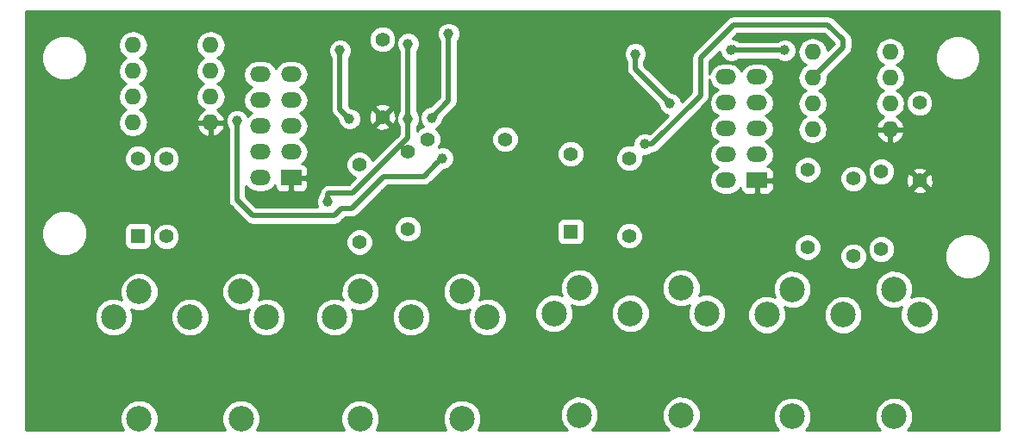
<source format=gbr>
G04 #@! TF.FileFunction,Copper,L1,Top,Signal*
%FSLAX46Y46*%
G04 Gerber Fmt 4.6, Leading zero omitted, Abs format (unit mm)*
G04 Created by KiCad (PCBNEW 4.0.2-stable) date 15/07/2016 14:21:10*
%MOMM*%
G01*
G04 APERTURE LIST*
%ADD10C,0.100000*%
%ADD11R,1.397000X1.397000*%
%ADD12C,1.397000*%
%ADD13O,1.600000X1.600000*%
%ADD14C,2.499360*%
%ADD15O,2.000000X1.500000*%
%ADD16R,2.000000X1.500000*%
%ADD17C,1.000000*%
%ADD18C,0.500000*%
%ADD19C,0.254000*%
G04 APERTURE END LIST*
D10*
D11*
X46250000Y-65250000D03*
D12*
X46250000Y-57630000D03*
D11*
X88750000Y-64810000D03*
D12*
X88750000Y-57190000D03*
D13*
X45750000Y-46500000D03*
X45750000Y-49040000D03*
X45750000Y-51580000D03*
X45750000Y-54120000D03*
X53370000Y-54120000D03*
X53370000Y-51580000D03*
X53370000Y-49040000D03*
X53370000Y-46500000D03*
X112500000Y-47170000D03*
X112500000Y-49710000D03*
X112500000Y-52250000D03*
X112500000Y-54790000D03*
X120120000Y-54790000D03*
X120120000Y-52250000D03*
X120120000Y-49710000D03*
X120120000Y-47170000D03*
D14*
X43854681Y-73227540D03*
X56348941Y-70725640D03*
X51352761Y-73225000D03*
X58850841Y-73227540D03*
X46356581Y-70725640D03*
X56354021Y-83222440D03*
X46351501Y-83222440D03*
X87104681Y-72867540D03*
X99598941Y-70365640D03*
X94602761Y-72865000D03*
X102100841Y-72867540D03*
X89606581Y-70365640D03*
X99604021Y-82862440D03*
X89601501Y-82862440D03*
X65554681Y-73227540D03*
X78048941Y-70725640D03*
X73052761Y-73225000D03*
X80550841Y-73227540D03*
X68056581Y-70725640D03*
X78054021Y-83222440D03*
X68051501Y-83222440D03*
X108001920Y-73002800D03*
X120496180Y-70500900D03*
X115500000Y-73000260D03*
X122998080Y-73002800D03*
X110503820Y-70500900D03*
X120501260Y-82997700D03*
X110498740Y-82997700D03*
D15*
X61290000Y-49380000D03*
X58250000Y-49380000D03*
X58250000Y-51920000D03*
X61290000Y-51920000D03*
D16*
X61290000Y-59540000D03*
D15*
X58250000Y-59540000D03*
X61290000Y-57000000D03*
X58250000Y-57000000D03*
X61290000Y-54460000D03*
X58250000Y-54460000D03*
X107040000Y-49630000D03*
X104000000Y-49630000D03*
X104000000Y-52170000D03*
X107040000Y-52170000D03*
D16*
X107040000Y-59790000D03*
D15*
X104000000Y-59790000D03*
X107040000Y-57250000D03*
X104000000Y-57250000D03*
X107040000Y-54710000D03*
X104000000Y-54710000D03*
D12*
X74690000Y-55750000D03*
X82310000Y-55750000D03*
X70250000Y-45940000D03*
X70250000Y-53560000D03*
X119250000Y-66560000D03*
X119250000Y-58940000D03*
X123000000Y-52190000D03*
X123000000Y-59810000D03*
X49000000Y-65310000D03*
X49000000Y-57690000D03*
X68000000Y-65870000D03*
X68000000Y-58250000D03*
X72750000Y-64560000D03*
X72750000Y-56940000D03*
X94500000Y-65250000D03*
X94500000Y-57630000D03*
X112000000Y-66370000D03*
X112000000Y-58750000D03*
X116500000Y-67250000D03*
X116500000Y-59630000D03*
D17*
X96000000Y-56250020D03*
X66583965Y-64033832D03*
X70412903Y-61162903D03*
X114000000Y-63500000D03*
X108500000Y-62250000D03*
X76740034Y-45367758D03*
X75064209Y-53657698D03*
X64879974Y-61870008D03*
X72750000Y-46367769D03*
X72750000Y-53750054D03*
X95089677Y-47367780D03*
X98500000Y-52250000D03*
X66064124Y-47000042D03*
X67000000Y-53750000D03*
X104500000Y-47000000D03*
X109750000Y-47000000D03*
X76133903Y-57616097D03*
X55970021Y-53932531D03*
D18*
X96707106Y-56250020D02*
X96000000Y-56250020D01*
X112500000Y-49710000D02*
X115500000Y-46710000D01*
X115500000Y-46710000D02*
X115500000Y-46000000D01*
X114000000Y-44500000D02*
X104750000Y-44500000D01*
X101500000Y-51457126D02*
X96707106Y-56250020D01*
X101500000Y-47750000D02*
X101500000Y-51457126D01*
X104750000Y-44500000D02*
X101500000Y-47750000D01*
X115500000Y-46000000D02*
X114000000Y-44500000D01*
X67291071Y-64033832D02*
X66583965Y-64033832D01*
X70412903Y-61162903D02*
X67541974Y-64033832D01*
X67541974Y-64033832D02*
X67291071Y-64033832D01*
X109750000Y-63500000D02*
X114000000Y-63500000D01*
X108500000Y-62250000D02*
X109750000Y-63500000D01*
X76740034Y-51981873D02*
X76740034Y-46074864D01*
X76740034Y-46074864D02*
X76740034Y-45367758D01*
X75064209Y-53657698D02*
X76740034Y-51981873D01*
X65000000Y-61040001D02*
X67353781Y-61040001D01*
X64879974Y-61870008D02*
X64879974Y-61160027D01*
X64879974Y-61160027D02*
X65000000Y-61040001D01*
X72750000Y-53750054D02*
X72750000Y-46367769D01*
X58500000Y-59540000D02*
X58500000Y-59850002D01*
X67353781Y-61040001D02*
X72750000Y-55643782D01*
X72750000Y-55643782D02*
X72750000Y-54457160D01*
X72750000Y-54457160D02*
X72750000Y-53750054D01*
X98500000Y-52250000D02*
X95089677Y-48839677D01*
X95089677Y-48074886D02*
X95089677Y-47367780D01*
X95089677Y-48839677D02*
X95089677Y-48074886D01*
X67000000Y-53750000D02*
X66064124Y-52814124D01*
X66064124Y-47707148D02*
X66064124Y-47000042D01*
X66064124Y-52814124D02*
X66064124Y-47707148D01*
X109750000Y-47000000D02*
X104750000Y-47000000D01*
X104750000Y-46750000D02*
X104500000Y-47000000D01*
X67268007Y-62540003D02*
X70385632Y-59422378D01*
X74327622Y-59422378D02*
X75633904Y-58116096D01*
X66250001Y-62540003D02*
X67268007Y-62540003D01*
X55970021Y-61720021D02*
X57500001Y-63250001D01*
X55970021Y-53932531D02*
X55970021Y-61720021D01*
X75633904Y-58116096D02*
X76133903Y-57616097D01*
X65540003Y-63250001D02*
X66250001Y-62540003D01*
X57500001Y-63250001D02*
X65540003Y-63250001D01*
X70385632Y-59422378D02*
X74327622Y-59422378D01*
D19*
G36*
X130790000Y-84290000D02*
X121874371Y-84290000D01*
X122098082Y-84066679D01*
X122385612Y-83374231D01*
X122386266Y-82624459D01*
X122099946Y-81931509D01*
X121570239Y-81400878D01*
X120877791Y-81113348D01*
X120128019Y-81112694D01*
X119435069Y-81399014D01*
X118904438Y-81928721D01*
X118616908Y-82621169D01*
X118616254Y-83370941D01*
X118902574Y-84063891D01*
X119128289Y-84290000D01*
X111871851Y-84290000D01*
X112095562Y-84066679D01*
X112383092Y-83374231D01*
X112383746Y-82624459D01*
X112097426Y-81931509D01*
X111567719Y-81400878D01*
X110875271Y-81113348D01*
X110125499Y-81112694D01*
X109432549Y-81399014D01*
X108901918Y-81928721D01*
X108614388Y-82621169D01*
X108613734Y-83370941D01*
X108900054Y-84063891D01*
X109125769Y-84290000D01*
X100841637Y-84290000D01*
X101200843Y-83931419D01*
X101488373Y-83238971D01*
X101489027Y-82489199D01*
X101202707Y-81796249D01*
X100673000Y-81265618D01*
X99980552Y-80978088D01*
X99230780Y-80977434D01*
X98537830Y-81263754D01*
X98007199Y-81793461D01*
X97719669Y-82485909D01*
X97719015Y-83235681D01*
X98005335Y-83928631D01*
X98366075Y-84290000D01*
X90839117Y-84290000D01*
X91198323Y-83931419D01*
X91485853Y-83238971D01*
X91486507Y-82489199D01*
X91200187Y-81796249D01*
X90670480Y-81265618D01*
X89978032Y-80978088D01*
X89228260Y-80977434D01*
X88535310Y-81263754D01*
X88004679Y-81793461D01*
X87717149Y-82485909D01*
X87716495Y-83235681D01*
X88002815Y-83928631D01*
X88363555Y-84290000D01*
X79651432Y-84290000D01*
X79938373Y-83598971D01*
X79939027Y-82849199D01*
X79652707Y-82156249D01*
X79123000Y-81625618D01*
X78430552Y-81338088D01*
X77680780Y-81337434D01*
X76987830Y-81623754D01*
X76457199Y-82153461D01*
X76169669Y-82845909D01*
X76169015Y-83595681D01*
X76455335Y-84288631D01*
X76456702Y-84290000D01*
X69648912Y-84290000D01*
X69935853Y-83598971D01*
X69936507Y-82849199D01*
X69650187Y-82156249D01*
X69120480Y-81625618D01*
X68428032Y-81338088D01*
X67678260Y-81337434D01*
X66985310Y-81623754D01*
X66454679Y-82153461D01*
X66167149Y-82845909D01*
X66166495Y-83595681D01*
X66452815Y-84288631D01*
X66454182Y-84290000D01*
X57951432Y-84290000D01*
X58238373Y-83598971D01*
X58239027Y-82849199D01*
X57952707Y-82156249D01*
X57423000Y-81625618D01*
X56730552Y-81338088D01*
X55980780Y-81337434D01*
X55287830Y-81623754D01*
X54757199Y-82153461D01*
X54469669Y-82845909D01*
X54469015Y-83595681D01*
X54755335Y-84288631D01*
X54756702Y-84290000D01*
X47948912Y-84290000D01*
X48235853Y-83598971D01*
X48236507Y-82849199D01*
X47950187Y-82156249D01*
X47420480Y-81625618D01*
X46728032Y-81338088D01*
X45978260Y-81337434D01*
X45285310Y-81623754D01*
X44754679Y-82153461D01*
X44467149Y-82845909D01*
X44466495Y-83595681D01*
X44752815Y-84288631D01*
X44754182Y-84290000D01*
X35210000Y-84290000D01*
X35210000Y-73600781D01*
X41969675Y-73600781D01*
X42255995Y-74293731D01*
X42785702Y-74824362D01*
X43478150Y-75111892D01*
X44227922Y-75112546D01*
X44920872Y-74826226D01*
X45451503Y-74296519D01*
X45739033Y-73604071D01*
X45739038Y-73598241D01*
X49467755Y-73598241D01*
X49754075Y-74291191D01*
X50283782Y-74821822D01*
X50976230Y-75109352D01*
X51726002Y-75110006D01*
X52418952Y-74823686D01*
X52949583Y-74293979D01*
X53237113Y-73601531D01*
X53237767Y-72851759D01*
X52951447Y-72158809D01*
X52421740Y-71628178D01*
X51729292Y-71340648D01*
X50979520Y-71339994D01*
X50286570Y-71626314D01*
X49755939Y-72156021D01*
X49468409Y-72848469D01*
X49467755Y-73598241D01*
X45739038Y-73598241D01*
X45739687Y-72854299D01*
X45568055Y-72438916D01*
X45980050Y-72609992D01*
X46729822Y-72610646D01*
X47422772Y-72324326D01*
X47953403Y-71794619D01*
X48240933Y-71102171D01*
X48240935Y-71098881D01*
X54463935Y-71098881D01*
X54750255Y-71791831D01*
X55279962Y-72322462D01*
X55972410Y-72609992D01*
X56722182Y-72610646D01*
X57137565Y-72439014D01*
X56966489Y-72851009D01*
X56965835Y-73600781D01*
X57252155Y-74293731D01*
X57781862Y-74824362D01*
X58474310Y-75111892D01*
X59224082Y-75112546D01*
X59917032Y-74826226D01*
X60447663Y-74296519D01*
X60735193Y-73604071D01*
X60735195Y-73600781D01*
X63669675Y-73600781D01*
X63955995Y-74293731D01*
X64485702Y-74824362D01*
X65178150Y-75111892D01*
X65927922Y-75112546D01*
X66620872Y-74826226D01*
X67151503Y-74296519D01*
X67439033Y-73604071D01*
X67439038Y-73598241D01*
X71167755Y-73598241D01*
X71454075Y-74291191D01*
X71983782Y-74821822D01*
X72676230Y-75109352D01*
X73426002Y-75110006D01*
X74118952Y-74823686D01*
X74649583Y-74293979D01*
X74937113Y-73601531D01*
X74937767Y-72851759D01*
X74651447Y-72158809D01*
X74121740Y-71628178D01*
X73429292Y-71340648D01*
X72679520Y-71339994D01*
X71986570Y-71626314D01*
X71455939Y-72156021D01*
X71168409Y-72848469D01*
X71167755Y-73598241D01*
X67439038Y-73598241D01*
X67439687Y-72854299D01*
X67268055Y-72438916D01*
X67680050Y-72609992D01*
X68429822Y-72610646D01*
X69122772Y-72324326D01*
X69653403Y-71794619D01*
X69940933Y-71102171D01*
X69940935Y-71098881D01*
X76163935Y-71098881D01*
X76450255Y-71791831D01*
X76979962Y-72322462D01*
X77672410Y-72609992D01*
X78422182Y-72610646D01*
X78837565Y-72439014D01*
X78666489Y-72851009D01*
X78665835Y-73600781D01*
X78952155Y-74293731D01*
X79481862Y-74824362D01*
X80174310Y-75111892D01*
X80924082Y-75112546D01*
X81617032Y-74826226D01*
X82147663Y-74296519D01*
X82435193Y-73604071D01*
X82435509Y-73240781D01*
X85219675Y-73240781D01*
X85505995Y-73933731D01*
X86035702Y-74464362D01*
X86728150Y-74751892D01*
X87477922Y-74752546D01*
X88170872Y-74466226D01*
X88701503Y-73936519D01*
X88989033Y-73244071D01*
X88989038Y-73238241D01*
X92717755Y-73238241D01*
X93004075Y-73931191D01*
X93533782Y-74461822D01*
X94226230Y-74749352D01*
X94976002Y-74750006D01*
X95668952Y-74463686D01*
X96199583Y-73933979D01*
X96487113Y-73241531D01*
X96487767Y-72491759D01*
X96201447Y-71798809D01*
X95671740Y-71268178D01*
X94979292Y-70980648D01*
X94229520Y-70979994D01*
X93536570Y-71266314D01*
X93005939Y-71796021D01*
X92718409Y-72488469D01*
X92717755Y-73238241D01*
X88989038Y-73238241D01*
X88989687Y-72494299D01*
X88818055Y-72078916D01*
X89230050Y-72249992D01*
X89979822Y-72250646D01*
X90672772Y-71964326D01*
X91203403Y-71434619D01*
X91490933Y-70742171D01*
X91490935Y-70738881D01*
X97713935Y-70738881D01*
X98000255Y-71431831D01*
X98529962Y-71962462D01*
X99222410Y-72249992D01*
X99972182Y-72250646D01*
X100387565Y-72079014D01*
X100216489Y-72491009D01*
X100215835Y-73240781D01*
X100502155Y-73933731D01*
X101031862Y-74464362D01*
X101724310Y-74751892D01*
X102474082Y-74752546D01*
X103167032Y-74466226D01*
X103697663Y-73936519D01*
X103930394Y-73376041D01*
X106116914Y-73376041D01*
X106403234Y-74068991D01*
X106932941Y-74599622D01*
X107625389Y-74887152D01*
X108375161Y-74887806D01*
X109068111Y-74601486D01*
X109598742Y-74071779D01*
X109886272Y-73379331D01*
X109886277Y-73373501D01*
X113614994Y-73373501D01*
X113901314Y-74066451D01*
X114431021Y-74597082D01*
X115123469Y-74884612D01*
X115873241Y-74885266D01*
X116566191Y-74598946D01*
X117096822Y-74069239D01*
X117384352Y-73376791D01*
X117385006Y-72627019D01*
X117098686Y-71934069D01*
X116568979Y-71403438D01*
X115876531Y-71115908D01*
X115126759Y-71115254D01*
X114433809Y-71401574D01*
X113903178Y-71931281D01*
X113615648Y-72623729D01*
X113614994Y-73373501D01*
X109886277Y-73373501D01*
X109886926Y-72629559D01*
X109715294Y-72214176D01*
X110127289Y-72385252D01*
X110877061Y-72385906D01*
X111570011Y-72099586D01*
X112100642Y-71569879D01*
X112388172Y-70877431D01*
X112388174Y-70874141D01*
X118611174Y-70874141D01*
X118897494Y-71567091D01*
X119427201Y-72097722D01*
X120119649Y-72385252D01*
X120869421Y-72385906D01*
X121284804Y-72214274D01*
X121113728Y-72626269D01*
X121113074Y-73376041D01*
X121399394Y-74068991D01*
X121929101Y-74599622D01*
X122621549Y-74887152D01*
X123371321Y-74887806D01*
X124064271Y-74601486D01*
X124594902Y-74071779D01*
X124882432Y-73379331D01*
X124883086Y-72629559D01*
X124596766Y-71936609D01*
X124067059Y-71405978D01*
X123374611Y-71118448D01*
X122624839Y-71117794D01*
X122209456Y-71289426D01*
X122380532Y-70877431D01*
X122381186Y-70127659D01*
X122094866Y-69434709D01*
X121565159Y-68904078D01*
X120872711Y-68616548D01*
X120122939Y-68615894D01*
X119429989Y-68902214D01*
X118899358Y-69431921D01*
X118611828Y-70124369D01*
X118611174Y-70874141D01*
X112388174Y-70874141D01*
X112388826Y-70127659D01*
X112102506Y-69434709D01*
X111572799Y-68904078D01*
X110880351Y-68616548D01*
X110130579Y-68615894D01*
X109437629Y-68902214D01*
X108906998Y-69431921D01*
X108619468Y-70124369D01*
X108618814Y-70874141D01*
X108790446Y-71289524D01*
X108378451Y-71118448D01*
X107628679Y-71117794D01*
X106935729Y-71404114D01*
X106405098Y-71933821D01*
X106117568Y-72626269D01*
X106116914Y-73376041D01*
X103930394Y-73376041D01*
X103985193Y-73244071D01*
X103985847Y-72494299D01*
X103699527Y-71801349D01*
X103169820Y-71270718D01*
X102477372Y-70983188D01*
X101727600Y-70982534D01*
X101312217Y-71154166D01*
X101483293Y-70742171D01*
X101483947Y-69992399D01*
X101197627Y-69299449D01*
X100667920Y-68768818D01*
X99975472Y-68481288D01*
X99225700Y-68480634D01*
X98532750Y-68766954D01*
X98002119Y-69296661D01*
X97714589Y-69989109D01*
X97713935Y-70738881D01*
X91490935Y-70738881D01*
X91491587Y-69992399D01*
X91205267Y-69299449D01*
X90675560Y-68768818D01*
X89983112Y-68481288D01*
X89233340Y-68480634D01*
X88540390Y-68766954D01*
X88009759Y-69296661D01*
X87722229Y-69989109D01*
X87721575Y-70738881D01*
X87893207Y-71154264D01*
X87481212Y-70983188D01*
X86731440Y-70982534D01*
X86038490Y-71268854D01*
X85507859Y-71798561D01*
X85220329Y-72491009D01*
X85219675Y-73240781D01*
X82435509Y-73240781D01*
X82435847Y-72854299D01*
X82149527Y-72161349D01*
X81619820Y-71630718D01*
X80927372Y-71343188D01*
X80177600Y-71342534D01*
X79762217Y-71514166D01*
X79933293Y-71102171D01*
X79933947Y-70352399D01*
X79647627Y-69659449D01*
X79117920Y-69128818D01*
X78425472Y-68841288D01*
X77675700Y-68840634D01*
X76982750Y-69126954D01*
X76452119Y-69656661D01*
X76164589Y-70349109D01*
X76163935Y-71098881D01*
X69940935Y-71098881D01*
X69941587Y-70352399D01*
X69655267Y-69659449D01*
X69125560Y-69128818D01*
X68433112Y-68841288D01*
X67683340Y-68840634D01*
X66990390Y-69126954D01*
X66459759Y-69656661D01*
X66172229Y-70349109D01*
X66171575Y-71098881D01*
X66343207Y-71514264D01*
X65931212Y-71343188D01*
X65181440Y-71342534D01*
X64488490Y-71628854D01*
X63957859Y-72158561D01*
X63670329Y-72851009D01*
X63669675Y-73600781D01*
X60735195Y-73600781D01*
X60735847Y-72854299D01*
X60449527Y-72161349D01*
X59919820Y-71630718D01*
X59227372Y-71343188D01*
X58477600Y-71342534D01*
X58062217Y-71514166D01*
X58233293Y-71102171D01*
X58233947Y-70352399D01*
X57947627Y-69659449D01*
X57417920Y-69128818D01*
X56725472Y-68841288D01*
X55975700Y-68840634D01*
X55282750Y-69126954D01*
X54752119Y-69656661D01*
X54464589Y-70349109D01*
X54463935Y-71098881D01*
X48240935Y-71098881D01*
X48241587Y-70352399D01*
X47955267Y-69659449D01*
X47425560Y-69128818D01*
X46733112Y-68841288D01*
X45983340Y-68840634D01*
X45290390Y-69126954D01*
X44759759Y-69656661D01*
X44472229Y-70349109D01*
X44471575Y-71098881D01*
X44643207Y-71514264D01*
X44231212Y-71343188D01*
X43481440Y-71342534D01*
X42788490Y-71628854D01*
X42257859Y-72158561D01*
X41970329Y-72851009D01*
X41969675Y-73600781D01*
X35210000Y-73600781D01*
X35210000Y-65442619D01*
X36764613Y-65442619D01*
X37104155Y-66264372D01*
X37732321Y-66893636D01*
X38553481Y-67234611D01*
X39442619Y-67235387D01*
X40264372Y-66895845D01*
X40893636Y-66267679D01*
X41234611Y-65446519D01*
X41235387Y-64557381D01*
X41232958Y-64551500D01*
X44904060Y-64551500D01*
X44904060Y-65948500D01*
X44948338Y-66183817D01*
X45087410Y-66399941D01*
X45299610Y-66544931D01*
X45551500Y-66595940D01*
X46948500Y-66595940D01*
X47183817Y-66551662D01*
X47399941Y-66412590D01*
X47544931Y-66200390D01*
X47595940Y-65948500D01*
X47595940Y-65574086D01*
X47666269Y-65574086D01*
X47868854Y-66064380D01*
X48243647Y-66439827D01*
X48733587Y-66643268D01*
X49264086Y-66643731D01*
X49754380Y-66441146D01*
X50061975Y-66134086D01*
X66666269Y-66134086D01*
X66868854Y-66624380D01*
X67243647Y-66999827D01*
X67733587Y-67203268D01*
X68264086Y-67203731D01*
X68754380Y-67001146D01*
X69122080Y-66634086D01*
X110666269Y-66634086D01*
X110868854Y-67124380D01*
X111243647Y-67499827D01*
X111733587Y-67703268D01*
X112264086Y-67703731D01*
X112723062Y-67514086D01*
X115166269Y-67514086D01*
X115368854Y-68004380D01*
X115743647Y-68379827D01*
X116233587Y-68583268D01*
X116764086Y-68583731D01*
X117254380Y-68381146D01*
X117629827Y-68006353D01*
X117833268Y-67516413D01*
X117833731Y-66985914D01*
X117766866Y-66824086D01*
X117916269Y-66824086D01*
X118118854Y-67314380D01*
X118493647Y-67689827D01*
X118983587Y-67893268D01*
X119514086Y-67893731D01*
X120000815Y-67692619D01*
X125514613Y-67692619D01*
X125854155Y-68514372D01*
X126482321Y-69143636D01*
X127303481Y-69484611D01*
X128192619Y-69485387D01*
X129014372Y-69145845D01*
X129643636Y-68517679D01*
X129984611Y-67696519D01*
X129985387Y-66807381D01*
X129645845Y-65985628D01*
X129017679Y-65356364D01*
X128196519Y-65015389D01*
X127307381Y-65014613D01*
X126485628Y-65354155D01*
X125856364Y-65982321D01*
X125515389Y-66803481D01*
X125514613Y-67692619D01*
X120000815Y-67692619D01*
X120004380Y-67691146D01*
X120379827Y-67316353D01*
X120583268Y-66826413D01*
X120583731Y-66295914D01*
X120381146Y-65805620D01*
X120006353Y-65430173D01*
X119516413Y-65226732D01*
X118985914Y-65226269D01*
X118495620Y-65428854D01*
X118120173Y-65803647D01*
X117916732Y-66293587D01*
X117916269Y-66824086D01*
X117766866Y-66824086D01*
X117631146Y-66495620D01*
X117256353Y-66120173D01*
X116766413Y-65916732D01*
X116235914Y-65916269D01*
X115745620Y-66118854D01*
X115370173Y-66493647D01*
X115166732Y-66983587D01*
X115166269Y-67514086D01*
X112723062Y-67514086D01*
X112754380Y-67501146D01*
X113129827Y-67126353D01*
X113333268Y-66636413D01*
X113333731Y-66105914D01*
X113131146Y-65615620D01*
X112756353Y-65240173D01*
X112266413Y-65036732D01*
X111735914Y-65036269D01*
X111245620Y-65238854D01*
X110870173Y-65613647D01*
X110666732Y-66103587D01*
X110666269Y-66634086D01*
X69122080Y-66634086D01*
X69129827Y-66626353D01*
X69333268Y-66136413D01*
X69333731Y-65605914D01*
X69131146Y-65115620D01*
X68840120Y-64824086D01*
X71416269Y-64824086D01*
X71618854Y-65314380D01*
X71993647Y-65689827D01*
X72483587Y-65893268D01*
X73014086Y-65893731D01*
X73504380Y-65691146D01*
X73879827Y-65316353D01*
X74083268Y-64826413D01*
X74083731Y-64295914D01*
X74007533Y-64111500D01*
X87404060Y-64111500D01*
X87404060Y-65508500D01*
X87448338Y-65743817D01*
X87587410Y-65959941D01*
X87799610Y-66104931D01*
X88051500Y-66155940D01*
X89448500Y-66155940D01*
X89683817Y-66111662D01*
X89899941Y-65972590D01*
X90044931Y-65760390D01*
X90094808Y-65514086D01*
X93166269Y-65514086D01*
X93368854Y-66004380D01*
X93743647Y-66379827D01*
X94233587Y-66583268D01*
X94764086Y-66583731D01*
X95254380Y-66381146D01*
X95629827Y-66006353D01*
X95833268Y-65516413D01*
X95833731Y-64985914D01*
X95631146Y-64495620D01*
X95256353Y-64120173D01*
X94766413Y-63916732D01*
X94235914Y-63916269D01*
X93745620Y-64118854D01*
X93370173Y-64493647D01*
X93166732Y-64983587D01*
X93166269Y-65514086D01*
X90094808Y-65514086D01*
X90095940Y-65508500D01*
X90095940Y-64111500D01*
X90051662Y-63876183D01*
X89912590Y-63660059D01*
X89700390Y-63515069D01*
X89448500Y-63464060D01*
X88051500Y-63464060D01*
X87816183Y-63508338D01*
X87600059Y-63647410D01*
X87455069Y-63859610D01*
X87404060Y-64111500D01*
X74007533Y-64111500D01*
X73881146Y-63805620D01*
X73506353Y-63430173D01*
X73016413Y-63226732D01*
X72485914Y-63226269D01*
X71995620Y-63428854D01*
X71620173Y-63803647D01*
X71416732Y-64293587D01*
X71416269Y-64824086D01*
X68840120Y-64824086D01*
X68756353Y-64740173D01*
X68266413Y-64536732D01*
X67735914Y-64536269D01*
X67245620Y-64738854D01*
X66870173Y-65113647D01*
X66666732Y-65603587D01*
X66666269Y-66134086D01*
X50061975Y-66134086D01*
X50129827Y-66066353D01*
X50333268Y-65576413D01*
X50333731Y-65045914D01*
X50131146Y-64555620D01*
X49756353Y-64180173D01*
X49266413Y-63976732D01*
X48735914Y-63976269D01*
X48245620Y-64178854D01*
X47870173Y-64553647D01*
X47666732Y-65043587D01*
X47666269Y-65574086D01*
X47595940Y-65574086D01*
X47595940Y-64551500D01*
X47551662Y-64316183D01*
X47412590Y-64100059D01*
X47200390Y-63955069D01*
X46948500Y-63904060D01*
X45551500Y-63904060D01*
X45316183Y-63948338D01*
X45100059Y-64087410D01*
X44955069Y-64299610D01*
X44904060Y-64551500D01*
X41232958Y-64551500D01*
X40895845Y-63735628D01*
X40267679Y-63106364D01*
X39446519Y-62765389D01*
X38557381Y-62764613D01*
X37735628Y-63104155D01*
X37106364Y-63732321D01*
X36765389Y-64553481D01*
X36764613Y-65442619D01*
X35210000Y-65442619D01*
X35210000Y-57894086D01*
X44916269Y-57894086D01*
X45118854Y-58384380D01*
X45493647Y-58759827D01*
X45983587Y-58963268D01*
X46514086Y-58963731D01*
X47004380Y-58761146D01*
X47379827Y-58386353D01*
X47559320Y-57954086D01*
X47666269Y-57954086D01*
X47868854Y-58444380D01*
X48243647Y-58819827D01*
X48733587Y-59023268D01*
X49264086Y-59023731D01*
X49754380Y-58821146D01*
X50129827Y-58446353D01*
X50333268Y-57956413D01*
X50333731Y-57425914D01*
X50131146Y-56935620D01*
X49756353Y-56560173D01*
X49266413Y-56356732D01*
X48735914Y-56356269D01*
X48245620Y-56558854D01*
X47870173Y-56933647D01*
X47666732Y-57423587D01*
X47666269Y-57954086D01*
X47559320Y-57954086D01*
X47583268Y-57896413D01*
X47583731Y-57365914D01*
X47381146Y-56875620D01*
X47006353Y-56500173D01*
X46516413Y-56296732D01*
X45985914Y-56296269D01*
X45495620Y-56498854D01*
X45120173Y-56873647D01*
X44916732Y-57363587D01*
X44916269Y-57894086D01*
X35210000Y-57894086D01*
X35210000Y-48192619D01*
X36764613Y-48192619D01*
X37104155Y-49014372D01*
X37732321Y-49643636D01*
X38553481Y-49984611D01*
X39442619Y-49985387D01*
X40264372Y-49645845D01*
X40893636Y-49017679D01*
X41234611Y-48196519D01*
X41235387Y-47307381D01*
X40901784Y-46500000D01*
X44286887Y-46500000D01*
X44396120Y-47049151D01*
X44707189Y-47514698D01*
X45089275Y-47770000D01*
X44707189Y-48025302D01*
X44396120Y-48490849D01*
X44286887Y-49040000D01*
X44396120Y-49589151D01*
X44707189Y-50054698D01*
X45089275Y-50310000D01*
X44707189Y-50565302D01*
X44396120Y-51030849D01*
X44286887Y-51580000D01*
X44396120Y-52129151D01*
X44707189Y-52594698D01*
X45089275Y-52850000D01*
X44707189Y-53105302D01*
X44396120Y-53570849D01*
X44286887Y-54120000D01*
X44396120Y-54669151D01*
X44707189Y-55134698D01*
X45172736Y-55445767D01*
X45721887Y-55555000D01*
X45778113Y-55555000D01*
X46327264Y-55445767D01*
X46792811Y-55134698D01*
X47103880Y-54669151D01*
X47143684Y-54469039D01*
X51978096Y-54469039D01*
X52138959Y-54857423D01*
X52514866Y-55272389D01*
X53020959Y-55511914D01*
X53243000Y-55390629D01*
X53243000Y-54247000D01*
X53497000Y-54247000D01*
X53497000Y-55390629D01*
X53719041Y-55511914D01*
X54225134Y-55272389D01*
X54601041Y-54857423D01*
X54761904Y-54469039D01*
X54639915Y-54247000D01*
X53497000Y-54247000D01*
X53243000Y-54247000D01*
X52100085Y-54247000D01*
X51978096Y-54469039D01*
X47143684Y-54469039D01*
X47205692Y-54157306D01*
X54834824Y-54157306D01*
X55007254Y-54574617D01*
X55085021Y-54652520D01*
X55085021Y-61720016D01*
X55085020Y-61720021D01*
X55112394Y-61857634D01*
X55152388Y-62058696D01*
X55247691Y-62201328D01*
X55344231Y-62345811D01*
X56874209Y-63875788D01*
X56874211Y-63875791D01*
X57161326Y-64067634D01*
X57500001Y-64135001D01*
X65539998Y-64135001D01*
X65540003Y-64135002D01*
X65822487Y-64078811D01*
X65878678Y-64067634D01*
X66165793Y-63875791D01*
X66165794Y-63875790D01*
X66616580Y-63425003D01*
X67268002Y-63425003D01*
X67268007Y-63425004D01*
X67550491Y-63368813D01*
X67606682Y-63357636D01*
X67893797Y-63165793D01*
X67893798Y-63165792D01*
X70752211Y-60307378D01*
X74327617Y-60307378D01*
X74327622Y-60307379D01*
X74610106Y-60251188D01*
X74666297Y-60240011D01*
X74953412Y-60048168D01*
X76250380Y-58751200D01*
X76358678Y-58751294D01*
X76775989Y-58578864D01*
X77095548Y-58259862D01*
X77268706Y-57842853D01*
X77269045Y-57454086D01*
X87416269Y-57454086D01*
X87618854Y-57944380D01*
X87993647Y-58319827D01*
X88483587Y-58523268D01*
X89014086Y-58523731D01*
X89504380Y-58321146D01*
X89879827Y-57946353D01*
X89901530Y-57894086D01*
X93166269Y-57894086D01*
X93368854Y-58384380D01*
X93743647Y-58759827D01*
X94233587Y-58963268D01*
X94764086Y-58963731D01*
X95254380Y-58761146D01*
X95629827Y-58386353D01*
X95833268Y-57896413D01*
X95833714Y-57384876D01*
X96224775Y-57385217D01*
X96642086Y-57212787D01*
X96723193Y-57131821D01*
X96989590Y-57078830D01*
X97045781Y-57067653D01*
X97332896Y-56875810D01*
X102125787Y-52082918D01*
X102125790Y-52082916D01*
X102317633Y-51795801D01*
X102347988Y-51643199D01*
X102385001Y-51457126D01*
X102385000Y-51457121D01*
X102385000Y-49891582D01*
X102438395Y-50160017D01*
X102738625Y-50609343D01*
X103173624Y-50900000D01*
X102738625Y-51190657D01*
X102438395Y-51639983D01*
X102332968Y-52170000D01*
X102438395Y-52700017D01*
X102738625Y-53149343D01*
X103173624Y-53440000D01*
X102738625Y-53730657D01*
X102438395Y-54179983D01*
X102332968Y-54710000D01*
X102438395Y-55240017D01*
X102738625Y-55689343D01*
X103173624Y-55980000D01*
X102738625Y-56270657D01*
X102438395Y-56719983D01*
X102332968Y-57250000D01*
X102438395Y-57780017D01*
X102738625Y-58229343D01*
X103173624Y-58520000D01*
X102738625Y-58810657D01*
X102438395Y-59259983D01*
X102332968Y-59790000D01*
X102438395Y-60320017D01*
X102738625Y-60769343D01*
X103187951Y-61069573D01*
X103717968Y-61175000D01*
X104282032Y-61175000D01*
X104812049Y-61069573D01*
X105261375Y-60769343D01*
X105405000Y-60554393D01*
X105405000Y-60666309D01*
X105501673Y-60899698D01*
X105680301Y-61078327D01*
X105913690Y-61175000D01*
X106754250Y-61175000D01*
X106913000Y-61016250D01*
X106913000Y-59917000D01*
X107167000Y-59917000D01*
X107167000Y-61016250D01*
X107325750Y-61175000D01*
X108166310Y-61175000D01*
X108399699Y-61078327D01*
X108578327Y-60899698D01*
X108675000Y-60666309D01*
X108675000Y-60075750D01*
X108516250Y-59917000D01*
X107167000Y-59917000D01*
X106913000Y-59917000D01*
X106893000Y-59917000D01*
X106893000Y-59663000D01*
X106913000Y-59663000D01*
X106913000Y-59643000D01*
X107167000Y-59643000D01*
X107167000Y-59663000D01*
X108516250Y-59663000D01*
X108675000Y-59504250D01*
X108675000Y-59014086D01*
X110666269Y-59014086D01*
X110868854Y-59504380D01*
X111243647Y-59879827D01*
X111733587Y-60083268D01*
X112264086Y-60083731D01*
X112723062Y-59894086D01*
X115166269Y-59894086D01*
X115368854Y-60384380D01*
X115743647Y-60759827D01*
X116233587Y-60963268D01*
X116764086Y-60963731D01*
X117254380Y-60761146D01*
X117271367Y-60744188D01*
X122245417Y-60744188D01*
X122307071Y-60979800D01*
X122807480Y-61155927D01*
X123337199Y-61127148D01*
X123692929Y-60979800D01*
X123754583Y-60744188D01*
X123000000Y-59989605D01*
X122245417Y-60744188D01*
X117271367Y-60744188D01*
X117629827Y-60386353D01*
X117833268Y-59896413D01*
X117833731Y-59365914D01*
X117766866Y-59204086D01*
X117916269Y-59204086D01*
X118118854Y-59694380D01*
X118493647Y-60069827D01*
X118983587Y-60273268D01*
X119514086Y-60273731D01*
X120004380Y-60071146D01*
X120379827Y-59696353D01*
X120412577Y-59617480D01*
X121654073Y-59617480D01*
X121682852Y-60147199D01*
X121830200Y-60502929D01*
X122065812Y-60564583D01*
X122820395Y-59810000D01*
X123179605Y-59810000D01*
X123934188Y-60564583D01*
X124169800Y-60502929D01*
X124345927Y-60002520D01*
X124317148Y-59472801D01*
X124169800Y-59117071D01*
X123934188Y-59055417D01*
X123179605Y-59810000D01*
X122820395Y-59810000D01*
X122065812Y-59055417D01*
X121830200Y-59117071D01*
X121654073Y-59617480D01*
X120412577Y-59617480D01*
X120583268Y-59206413D01*
X120583556Y-58875812D01*
X122245417Y-58875812D01*
X123000000Y-59630395D01*
X123754583Y-58875812D01*
X123692929Y-58640200D01*
X123192520Y-58464073D01*
X122662801Y-58492852D01*
X122307071Y-58640200D01*
X122245417Y-58875812D01*
X120583556Y-58875812D01*
X120583731Y-58675914D01*
X120381146Y-58185620D01*
X120006353Y-57810173D01*
X119516413Y-57606732D01*
X118985914Y-57606269D01*
X118495620Y-57808854D01*
X118120173Y-58183647D01*
X117916732Y-58673587D01*
X117916269Y-59204086D01*
X117766866Y-59204086D01*
X117631146Y-58875620D01*
X117256353Y-58500173D01*
X116766413Y-58296732D01*
X116235914Y-58296269D01*
X115745620Y-58498854D01*
X115370173Y-58873647D01*
X115166732Y-59363587D01*
X115166269Y-59894086D01*
X112723062Y-59894086D01*
X112754380Y-59881146D01*
X113129827Y-59506353D01*
X113333268Y-59016413D01*
X113333731Y-58485914D01*
X113131146Y-57995620D01*
X112756353Y-57620173D01*
X112266413Y-57416732D01*
X111735914Y-57416269D01*
X111245620Y-57618854D01*
X110870173Y-57993647D01*
X110666732Y-58483587D01*
X110666269Y-59014086D01*
X108675000Y-59014086D01*
X108675000Y-58913691D01*
X108578327Y-58680302D01*
X108399699Y-58501673D01*
X108166310Y-58405000D01*
X108038486Y-58405000D01*
X108301375Y-58229343D01*
X108601605Y-57780017D01*
X108707032Y-57250000D01*
X108601605Y-56719983D01*
X108301375Y-56270657D01*
X107866376Y-55980000D01*
X108301375Y-55689343D01*
X108601605Y-55240017D01*
X108707032Y-54710000D01*
X108601605Y-54179983D01*
X108301375Y-53730657D01*
X107866376Y-53440000D01*
X108301375Y-53149343D01*
X108601605Y-52700017D01*
X108707032Y-52170000D01*
X108601605Y-51639983D01*
X108301375Y-51190657D01*
X107866376Y-50900000D01*
X108301375Y-50609343D01*
X108601605Y-50160017D01*
X108707032Y-49630000D01*
X108601605Y-49099983D01*
X108301375Y-48650657D01*
X107852049Y-48350427D01*
X107322032Y-48245000D01*
X106757968Y-48245000D01*
X106227951Y-48350427D01*
X105778625Y-48650657D01*
X105520000Y-49037717D01*
X105261375Y-48650657D01*
X104812049Y-48350427D01*
X104282032Y-48245000D01*
X103717968Y-48245000D01*
X103187951Y-48350427D01*
X102738625Y-48650657D01*
X102438395Y-49099983D01*
X102385000Y-49368418D01*
X102385000Y-48116580D01*
X103364880Y-47136700D01*
X103364803Y-47224775D01*
X103537233Y-47642086D01*
X103856235Y-47961645D01*
X104273244Y-48134803D01*
X104724775Y-48135197D01*
X105142086Y-47962767D01*
X105219989Y-47885000D01*
X109029724Y-47885000D01*
X109106235Y-47961645D01*
X109523244Y-48134803D01*
X109974775Y-48135197D01*
X110392086Y-47962767D01*
X110711645Y-47643765D01*
X110884803Y-47226756D01*
X110885197Y-46775225D01*
X110712767Y-46357914D01*
X110393765Y-46038355D01*
X109976756Y-45865197D01*
X109525225Y-45864803D01*
X109107914Y-46037233D01*
X109030011Y-46115000D01*
X105362004Y-46115000D01*
X105088674Y-45932367D01*
X104750000Y-45865000D01*
X104733964Y-45868190D01*
X104726756Y-45865197D01*
X104636461Y-45865118D01*
X105116579Y-45385000D01*
X113633420Y-45385000D01*
X114603421Y-46355000D01*
X113934130Y-47024291D01*
X113853880Y-46620849D01*
X113542811Y-46155302D01*
X113077264Y-45844233D01*
X112528113Y-45735000D01*
X112471887Y-45735000D01*
X111922736Y-45844233D01*
X111457189Y-46155302D01*
X111146120Y-46620849D01*
X111036887Y-47170000D01*
X111146120Y-47719151D01*
X111457189Y-48184698D01*
X111839275Y-48440000D01*
X111457189Y-48695302D01*
X111146120Y-49160849D01*
X111036887Y-49710000D01*
X111146120Y-50259151D01*
X111457189Y-50724698D01*
X111839275Y-50980000D01*
X111457189Y-51235302D01*
X111146120Y-51700849D01*
X111036887Y-52250000D01*
X111146120Y-52799151D01*
X111457189Y-53264698D01*
X111839275Y-53520000D01*
X111457189Y-53775302D01*
X111146120Y-54240849D01*
X111036887Y-54790000D01*
X111146120Y-55339151D01*
X111457189Y-55804698D01*
X111922736Y-56115767D01*
X112471887Y-56225000D01*
X112528113Y-56225000D01*
X113077264Y-56115767D01*
X113542811Y-55804698D01*
X113853880Y-55339151D01*
X113893684Y-55139039D01*
X118728096Y-55139039D01*
X118888959Y-55527423D01*
X119264866Y-55942389D01*
X119770959Y-56181914D01*
X119993000Y-56060629D01*
X119993000Y-54917000D01*
X120247000Y-54917000D01*
X120247000Y-56060629D01*
X120469041Y-56181914D01*
X120975134Y-55942389D01*
X121351041Y-55527423D01*
X121511904Y-55139039D01*
X121389915Y-54917000D01*
X120247000Y-54917000D01*
X119993000Y-54917000D01*
X118850085Y-54917000D01*
X118728096Y-55139039D01*
X113893684Y-55139039D01*
X113963113Y-54790000D01*
X113853880Y-54240849D01*
X113542811Y-53775302D01*
X113160725Y-53520000D01*
X113542811Y-53264698D01*
X113853880Y-52799151D01*
X113963113Y-52250000D01*
X113853880Y-51700849D01*
X113542811Y-51235302D01*
X113160725Y-50980000D01*
X113542811Y-50724698D01*
X113853880Y-50259151D01*
X113963113Y-49710000D01*
X113928017Y-49533562D01*
X116125787Y-47335792D01*
X116125790Y-47335790D01*
X116236566Y-47170000D01*
X118656887Y-47170000D01*
X118766120Y-47719151D01*
X119077189Y-48184698D01*
X119459275Y-48440000D01*
X119077189Y-48695302D01*
X118766120Y-49160849D01*
X118656887Y-49710000D01*
X118766120Y-50259151D01*
X119077189Y-50724698D01*
X119459275Y-50980000D01*
X119077189Y-51235302D01*
X118766120Y-51700849D01*
X118656887Y-52250000D01*
X118766120Y-52799151D01*
X119077189Y-53264698D01*
X119481703Y-53534986D01*
X119264866Y-53637611D01*
X118888959Y-54052577D01*
X118728096Y-54440961D01*
X118850085Y-54663000D01*
X119993000Y-54663000D01*
X119993000Y-54643000D01*
X120247000Y-54643000D01*
X120247000Y-54663000D01*
X121389915Y-54663000D01*
X121511904Y-54440961D01*
X121351041Y-54052577D01*
X120975134Y-53637611D01*
X120758297Y-53534986D01*
X121162811Y-53264698D01*
X121473880Y-52799151D01*
X121542517Y-52454086D01*
X121666269Y-52454086D01*
X121868854Y-52944380D01*
X122243647Y-53319827D01*
X122733587Y-53523268D01*
X123264086Y-53523731D01*
X123754380Y-53321146D01*
X124129827Y-52946353D01*
X124333268Y-52456413D01*
X124333731Y-51925914D01*
X124131146Y-51435620D01*
X123756353Y-51060173D01*
X123266413Y-50856732D01*
X122735914Y-50856269D01*
X122245620Y-51058854D01*
X121870173Y-51433647D01*
X121666732Y-51923587D01*
X121666269Y-52454086D01*
X121542517Y-52454086D01*
X121583113Y-52250000D01*
X121473880Y-51700849D01*
X121162811Y-51235302D01*
X120780725Y-50980000D01*
X121162811Y-50724698D01*
X121473880Y-50259151D01*
X121583113Y-49710000D01*
X121473880Y-49160849D01*
X121162811Y-48695302D01*
X120780725Y-48440000D01*
X121150956Y-48192619D01*
X124514613Y-48192619D01*
X124854155Y-49014372D01*
X125482321Y-49643636D01*
X126303481Y-49984611D01*
X127192619Y-49985387D01*
X128014372Y-49645845D01*
X128643636Y-49017679D01*
X128984611Y-48196519D01*
X128985387Y-47307381D01*
X128645845Y-46485628D01*
X128017679Y-45856364D01*
X127196519Y-45515389D01*
X126307381Y-45514613D01*
X125485628Y-45854155D01*
X124856364Y-46482321D01*
X124515389Y-47303481D01*
X124514613Y-48192619D01*
X121150956Y-48192619D01*
X121162811Y-48184698D01*
X121473880Y-47719151D01*
X121583113Y-47170000D01*
X121473880Y-46620849D01*
X121162811Y-46155302D01*
X120697264Y-45844233D01*
X120148113Y-45735000D01*
X120091887Y-45735000D01*
X119542736Y-45844233D01*
X119077189Y-46155302D01*
X118766120Y-46620849D01*
X118656887Y-47170000D01*
X116236566Y-47170000D01*
X116317633Y-47048675D01*
X116349292Y-46889515D01*
X116385001Y-46710000D01*
X116385000Y-46709995D01*
X116385000Y-46000000D01*
X116317633Y-45661325D01*
X116125790Y-45374210D01*
X116125787Y-45374208D01*
X114625790Y-43874210D01*
X114338675Y-43682367D01*
X114282484Y-43671190D01*
X114000000Y-43614999D01*
X113999995Y-43615000D01*
X104750005Y-43615000D01*
X104750000Y-43614999D01*
X104411325Y-43682367D01*
X104124210Y-43874210D01*
X104124208Y-43874213D01*
X100874210Y-47124210D01*
X100682367Y-47411325D01*
X100682367Y-47411326D01*
X100614999Y-47750000D01*
X100615000Y-47750005D01*
X100615000Y-51090547D01*
X99635158Y-52070389D01*
X99635197Y-52025225D01*
X99462767Y-51607914D01*
X99143765Y-51288355D01*
X98726756Y-51115197D01*
X98616680Y-51115101D01*
X95974677Y-48473097D01*
X95974677Y-48088056D01*
X96051322Y-48011545D01*
X96224480Y-47594536D01*
X96224874Y-47143005D01*
X96052444Y-46725694D01*
X95733442Y-46406135D01*
X95316433Y-46232977D01*
X94864902Y-46232583D01*
X94447591Y-46405013D01*
X94128032Y-46724015D01*
X93954874Y-47141024D01*
X93954480Y-47592555D01*
X94126910Y-48009866D01*
X94204677Y-48087769D01*
X94204677Y-48839672D01*
X94204676Y-48839677D01*
X94239426Y-49014372D01*
X94272044Y-49178352D01*
X94406780Y-49380000D01*
X94463887Y-49465467D01*
X97364897Y-52366477D01*
X97364803Y-52474775D01*
X97537233Y-52892086D01*
X97856235Y-53211645D01*
X98273244Y-53384803D01*
X98320702Y-53384844D01*
X96483655Y-55221891D01*
X96226756Y-55115217D01*
X95775225Y-55114823D01*
X95357914Y-55287253D01*
X95038355Y-55606255D01*
X94865197Y-56023264D01*
X94864923Y-56337637D01*
X94766413Y-56296732D01*
X94235914Y-56296269D01*
X93745620Y-56498854D01*
X93370173Y-56873647D01*
X93166732Y-57363587D01*
X93166269Y-57894086D01*
X89901530Y-57894086D01*
X90083268Y-57456413D01*
X90083731Y-56925914D01*
X89881146Y-56435620D01*
X89506353Y-56060173D01*
X89016413Y-55856732D01*
X88485914Y-55856269D01*
X87995620Y-56058854D01*
X87620173Y-56433647D01*
X87416732Y-56923587D01*
X87416269Y-57454086D01*
X77269045Y-57454086D01*
X77269100Y-57391322D01*
X77096670Y-56974011D01*
X76777668Y-56654452D01*
X76360659Y-56481294D01*
X75909128Y-56480900D01*
X75800264Y-56525882D01*
X75819827Y-56506353D01*
X76023268Y-56016413D01*
X76023270Y-56014086D01*
X80976269Y-56014086D01*
X81178854Y-56504380D01*
X81553647Y-56879827D01*
X82043587Y-57083268D01*
X82574086Y-57083731D01*
X83064380Y-56881146D01*
X83439827Y-56506353D01*
X83643268Y-56016413D01*
X83643731Y-55485914D01*
X83441146Y-54995620D01*
X83066353Y-54620173D01*
X82576413Y-54416732D01*
X82045914Y-54416269D01*
X81555620Y-54618854D01*
X81180173Y-54993647D01*
X80976732Y-55483587D01*
X80976269Y-56014086D01*
X76023270Y-56014086D01*
X76023731Y-55485914D01*
X75821146Y-54995620D01*
X75522468Y-54696421D01*
X75706295Y-54620465D01*
X76025854Y-54301463D01*
X76199012Y-53884454D01*
X76199108Y-53774379D01*
X77365821Y-52607665D01*
X77365824Y-52607663D01*
X77557667Y-52320548D01*
X77625034Y-51981873D01*
X77625034Y-46088034D01*
X77701679Y-46011523D01*
X77874837Y-45594514D01*
X77875231Y-45142983D01*
X77702801Y-44725672D01*
X77383799Y-44406113D01*
X76966790Y-44232955D01*
X76515259Y-44232561D01*
X76097948Y-44404991D01*
X75778389Y-44723993D01*
X75605231Y-45141002D01*
X75604837Y-45592533D01*
X75777267Y-46009844D01*
X75855034Y-46087747D01*
X75855034Y-51615294D01*
X74947732Y-52522595D01*
X74839434Y-52522501D01*
X74422123Y-52694931D01*
X74102564Y-53013933D01*
X73929406Y-53430942D01*
X73929012Y-53882473D01*
X74101442Y-54299784D01*
X74278520Y-54477171D01*
X73935620Y-54618854D01*
X73635000Y-54918950D01*
X73635000Y-54470330D01*
X73711645Y-54393819D01*
X73884803Y-53976810D01*
X73885197Y-53525279D01*
X73712767Y-53107968D01*
X73635000Y-53030065D01*
X73635000Y-47088045D01*
X73711645Y-47011534D01*
X73884803Y-46594525D01*
X73885197Y-46142994D01*
X73712767Y-45725683D01*
X73393765Y-45406124D01*
X72976756Y-45232966D01*
X72525225Y-45232572D01*
X72107914Y-45405002D01*
X71788355Y-45724004D01*
X71615197Y-46141013D01*
X71614803Y-46592544D01*
X71787233Y-47009855D01*
X71865000Y-47087758D01*
X71865000Y-53029778D01*
X71788355Y-53106289D01*
X71615197Y-53523298D01*
X71614803Y-53974829D01*
X71787233Y-54392140D01*
X71865000Y-54470043D01*
X71865000Y-55277203D01*
X69281850Y-57860352D01*
X69131146Y-57495620D01*
X68756353Y-57120173D01*
X68266413Y-56916732D01*
X67735914Y-56916269D01*
X67245620Y-57118854D01*
X66870173Y-57493647D01*
X66666732Y-57983587D01*
X66666269Y-58514086D01*
X66868854Y-59004380D01*
X67243647Y-59379827D01*
X67610178Y-59532024D01*
X66987201Y-60155001D01*
X65000000Y-60155001D01*
X64661325Y-60222368D01*
X64374210Y-60414211D01*
X64374208Y-60414214D01*
X64254184Y-60534237D01*
X64062341Y-60821352D01*
X64062341Y-60821353D01*
X63997528Y-61147182D01*
X63918329Y-61226243D01*
X63745171Y-61643252D01*
X63744777Y-62094783D01*
X63856429Y-62365001D01*
X57866580Y-62365001D01*
X56855021Y-61353441D01*
X56855021Y-60319390D01*
X56988625Y-60519343D01*
X57437951Y-60819573D01*
X57967968Y-60925000D01*
X58532032Y-60925000D01*
X59062049Y-60819573D01*
X59511375Y-60519343D01*
X59655000Y-60304393D01*
X59655000Y-60416309D01*
X59751673Y-60649698D01*
X59930301Y-60828327D01*
X60163690Y-60925000D01*
X61004250Y-60925000D01*
X61163000Y-60766250D01*
X61163000Y-59667000D01*
X61417000Y-59667000D01*
X61417000Y-60766250D01*
X61575750Y-60925000D01*
X62416310Y-60925000D01*
X62649699Y-60828327D01*
X62828327Y-60649698D01*
X62925000Y-60416309D01*
X62925000Y-59825750D01*
X62766250Y-59667000D01*
X61417000Y-59667000D01*
X61163000Y-59667000D01*
X61143000Y-59667000D01*
X61143000Y-59413000D01*
X61163000Y-59413000D01*
X61163000Y-59393000D01*
X61417000Y-59393000D01*
X61417000Y-59413000D01*
X62766250Y-59413000D01*
X62925000Y-59254250D01*
X62925000Y-58663691D01*
X62828327Y-58430302D01*
X62649699Y-58251673D01*
X62416310Y-58155000D01*
X62288486Y-58155000D01*
X62551375Y-57979343D01*
X62851605Y-57530017D01*
X62957032Y-57000000D01*
X62851605Y-56469983D01*
X62551375Y-56020657D01*
X62116376Y-55730000D01*
X62551375Y-55439343D01*
X62851605Y-54990017D01*
X62957032Y-54460000D01*
X62851605Y-53929983D01*
X62551375Y-53480657D01*
X62116376Y-53190000D01*
X62551375Y-52899343D01*
X62851605Y-52450017D01*
X62957032Y-51920000D01*
X62851605Y-51389983D01*
X62551375Y-50940657D01*
X62116376Y-50650000D01*
X62551375Y-50359343D01*
X62851605Y-49910017D01*
X62957032Y-49380000D01*
X62851605Y-48849983D01*
X62551375Y-48400657D01*
X62102049Y-48100427D01*
X61572032Y-47995000D01*
X61007968Y-47995000D01*
X60477951Y-48100427D01*
X60028625Y-48400657D01*
X59770000Y-48787717D01*
X59511375Y-48400657D01*
X59062049Y-48100427D01*
X58532032Y-47995000D01*
X57967968Y-47995000D01*
X57437951Y-48100427D01*
X56988625Y-48400657D01*
X56688395Y-48849983D01*
X56582968Y-49380000D01*
X56688395Y-49910017D01*
X56988625Y-50359343D01*
X57423624Y-50650000D01*
X56988625Y-50940657D01*
X56688395Y-51389983D01*
X56582968Y-51920000D01*
X56688395Y-52450017D01*
X56988625Y-52899343D01*
X57423624Y-53190000D01*
X57006459Y-53468741D01*
X56932788Y-53290445D01*
X56613786Y-52970886D01*
X56196777Y-52797728D01*
X55745246Y-52797334D01*
X55327935Y-52969764D01*
X55008376Y-53288766D01*
X54835218Y-53705775D01*
X54834824Y-54157306D01*
X47205692Y-54157306D01*
X47213113Y-54120000D01*
X47103880Y-53570849D01*
X46792811Y-53105302D01*
X46410725Y-52850000D01*
X46792811Y-52594698D01*
X47103880Y-52129151D01*
X47213113Y-51580000D01*
X47103880Y-51030849D01*
X46792811Y-50565302D01*
X46410725Y-50310000D01*
X46792811Y-50054698D01*
X47103880Y-49589151D01*
X47213113Y-49040000D01*
X47103880Y-48490849D01*
X46792811Y-48025302D01*
X46410725Y-47770000D01*
X46792811Y-47514698D01*
X47103880Y-47049151D01*
X47213113Y-46500000D01*
X51906887Y-46500000D01*
X52016120Y-47049151D01*
X52327189Y-47514698D01*
X52709275Y-47770000D01*
X52327189Y-48025302D01*
X52016120Y-48490849D01*
X51906887Y-49040000D01*
X52016120Y-49589151D01*
X52327189Y-50054698D01*
X52709275Y-50310000D01*
X52327189Y-50565302D01*
X52016120Y-51030849D01*
X51906887Y-51580000D01*
X52016120Y-52129151D01*
X52327189Y-52594698D01*
X52731703Y-52864986D01*
X52514866Y-52967611D01*
X52138959Y-53382577D01*
X51978096Y-53770961D01*
X52100085Y-53993000D01*
X53243000Y-53993000D01*
X53243000Y-53973000D01*
X53497000Y-53973000D01*
X53497000Y-53993000D01*
X54639915Y-53993000D01*
X54761904Y-53770961D01*
X54601041Y-53382577D01*
X54225134Y-52967611D01*
X54008297Y-52864986D01*
X54412811Y-52594698D01*
X54723880Y-52129151D01*
X54833113Y-51580000D01*
X54723880Y-51030849D01*
X54412811Y-50565302D01*
X54030725Y-50310000D01*
X54412811Y-50054698D01*
X54723880Y-49589151D01*
X54833113Y-49040000D01*
X54723880Y-48490849D01*
X54412811Y-48025302D01*
X54030725Y-47770000D01*
X54412811Y-47514698D01*
X54606503Y-47224817D01*
X64928927Y-47224817D01*
X65101357Y-47642128D01*
X65179124Y-47720031D01*
X65179124Y-52814119D01*
X65179123Y-52814124D01*
X65222444Y-53031908D01*
X65246491Y-53152799D01*
X65410386Y-53398086D01*
X65438334Y-53439914D01*
X65864897Y-53866477D01*
X65864803Y-53974775D01*
X66037233Y-54392086D01*
X66356235Y-54711645D01*
X66773244Y-54884803D01*
X67224775Y-54885197D01*
X67642086Y-54712767D01*
X67861046Y-54494188D01*
X69495417Y-54494188D01*
X69557071Y-54729800D01*
X70057480Y-54905927D01*
X70587199Y-54877148D01*
X70942929Y-54729800D01*
X71004583Y-54494188D01*
X70250000Y-53739605D01*
X69495417Y-54494188D01*
X67861046Y-54494188D01*
X67961645Y-54393765D01*
X68134803Y-53976756D01*
X68135197Y-53525225D01*
X68070018Y-53367480D01*
X68904073Y-53367480D01*
X68932852Y-53897199D01*
X69080200Y-54252929D01*
X69315812Y-54314583D01*
X70070395Y-53560000D01*
X70429605Y-53560000D01*
X71184188Y-54314583D01*
X71419800Y-54252929D01*
X71595927Y-53752520D01*
X71567148Y-53222801D01*
X71419800Y-52867071D01*
X71184188Y-52805417D01*
X70429605Y-53560000D01*
X70070395Y-53560000D01*
X69315812Y-52805417D01*
X69080200Y-52867071D01*
X68904073Y-53367480D01*
X68070018Y-53367480D01*
X67962767Y-53107914D01*
X67643765Y-52788355D01*
X67252320Y-52625812D01*
X69495417Y-52625812D01*
X70250000Y-53380395D01*
X71004583Y-52625812D01*
X70942929Y-52390200D01*
X70442520Y-52214073D01*
X69912801Y-52242852D01*
X69557071Y-52390200D01*
X69495417Y-52625812D01*
X67252320Y-52625812D01*
X67226756Y-52615197D01*
X67116680Y-52615101D01*
X66949124Y-52447544D01*
X66949124Y-47720318D01*
X67025769Y-47643807D01*
X67198927Y-47226798D01*
X67199321Y-46775267D01*
X67026891Y-46357956D01*
X66873290Y-46204086D01*
X68916269Y-46204086D01*
X69118854Y-46694380D01*
X69493647Y-47069827D01*
X69983587Y-47273268D01*
X70514086Y-47273731D01*
X71004380Y-47071146D01*
X71379827Y-46696353D01*
X71583268Y-46206413D01*
X71583731Y-45675914D01*
X71381146Y-45185620D01*
X71006353Y-44810173D01*
X70516413Y-44606732D01*
X69985914Y-44606269D01*
X69495620Y-44808854D01*
X69120173Y-45183647D01*
X68916732Y-45673587D01*
X68916269Y-46204086D01*
X66873290Y-46204086D01*
X66707889Y-46038397D01*
X66290880Y-45865239D01*
X65839349Y-45864845D01*
X65422038Y-46037275D01*
X65102479Y-46356277D01*
X64929321Y-46773286D01*
X64928927Y-47224817D01*
X54606503Y-47224817D01*
X54723880Y-47049151D01*
X54833113Y-46500000D01*
X54723880Y-45950849D01*
X54412811Y-45485302D01*
X53947264Y-45174233D01*
X53398113Y-45065000D01*
X53341887Y-45065000D01*
X52792736Y-45174233D01*
X52327189Y-45485302D01*
X52016120Y-45950849D01*
X51906887Y-46500000D01*
X47213113Y-46500000D01*
X47103880Y-45950849D01*
X46792811Y-45485302D01*
X46327264Y-45174233D01*
X45778113Y-45065000D01*
X45721887Y-45065000D01*
X45172736Y-45174233D01*
X44707189Y-45485302D01*
X44396120Y-45950849D01*
X44286887Y-46500000D01*
X40901784Y-46500000D01*
X40895845Y-46485628D01*
X40267679Y-45856364D01*
X39446519Y-45515389D01*
X38557381Y-45514613D01*
X37735628Y-45854155D01*
X37106364Y-46482321D01*
X36765389Y-47303481D01*
X36764613Y-48192619D01*
X35210000Y-48192619D01*
X35210000Y-43210000D01*
X130790000Y-43210000D01*
X130790000Y-84290000D01*
X130790000Y-84290000D01*
G37*
X130790000Y-84290000D02*
X121874371Y-84290000D01*
X122098082Y-84066679D01*
X122385612Y-83374231D01*
X122386266Y-82624459D01*
X122099946Y-81931509D01*
X121570239Y-81400878D01*
X120877791Y-81113348D01*
X120128019Y-81112694D01*
X119435069Y-81399014D01*
X118904438Y-81928721D01*
X118616908Y-82621169D01*
X118616254Y-83370941D01*
X118902574Y-84063891D01*
X119128289Y-84290000D01*
X111871851Y-84290000D01*
X112095562Y-84066679D01*
X112383092Y-83374231D01*
X112383746Y-82624459D01*
X112097426Y-81931509D01*
X111567719Y-81400878D01*
X110875271Y-81113348D01*
X110125499Y-81112694D01*
X109432549Y-81399014D01*
X108901918Y-81928721D01*
X108614388Y-82621169D01*
X108613734Y-83370941D01*
X108900054Y-84063891D01*
X109125769Y-84290000D01*
X100841637Y-84290000D01*
X101200843Y-83931419D01*
X101488373Y-83238971D01*
X101489027Y-82489199D01*
X101202707Y-81796249D01*
X100673000Y-81265618D01*
X99980552Y-80978088D01*
X99230780Y-80977434D01*
X98537830Y-81263754D01*
X98007199Y-81793461D01*
X97719669Y-82485909D01*
X97719015Y-83235681D01*
X98005335Y-83928631D01*
X98366075Y-84290000D01*
X90839117Y-84290000D01*
X91198323Y-83931419D01*
X91485853Y-83238971D01*
X91486507Y-82489199D01*
X91200187Y-81796249D01*
X90670480Y-81265618D01*
X89978032Y-80978088D01*
X89228260Y-80977434D01*
X88535310Y-81263754D01*
X88004679Y-81793461D01*
X87717149Y-82485909D01*
X87716495Y-83235681D01*
X88002815Y-83928631D01*
X88363555Y-84290000D01*
X79651432Y-84290000D01*
X79938373Y-83598971D01*
X79939027Y-82849199D01*
X79652707Y-82156249D01*
X79123000Y-81625618D01*
X78430552Y-81338088D01*
X77680780Y-81337434D01*
X76987830Y-81623754D01*
X76457199Y-82153461D01*
X76169669Y-82845909D01*
X76169015Y-83595681D01*
X76455335Y-84288631D01*
X76456702Y-84290000D01*
X69648912Y-84290000D01*
X69935853Y-83598971D01*
X69936507Y-82849199D01*
X69650187Y-82156249D01*
X69120480Y-81625618D01*
X68428032Y-81338088D01*
X67678260Y-81337434D01*
X66985310Y-81623754D01*
X66454679Y-82153461D01*
X66167149Y-82845909D01*
X66166495Y-83595681D01*
X66452815Y-84288631D01*
X66454182Y-84290000D01*
X57951432Y-84290000D01*
X58238373Y-83598971D01*
X58239027Y-82849199D01*
X57952707Y-82156249D01*
X57423000Y-81625618D01*
X56730552Y-81338088D01*
X55980780Y-81337434D01*
X55287830Y-81623754D01*
X54757199Y-82153461D01*
X54469669Y-82845909D01*
X54469015Y-83595681D01*
X54755335Y-84288631D01*
X54756702Y-84290000D01*
X47948912Y-84290000D01*
X48235853Y-83598971D01*
X48236507Y-82849199D01*
X47950187Y-82156249D01*
X47420480Y-81625618D01*
X46728032Y-81338088D01*
X45978260Y-81337434D01*
X45285310Y-81623754D01*
X44754679Y-82153461D01*
X44467149Y-82845909D01*
X44466495Y-83595681D01*
X44752815Y-84288631D01*
X44754182Y-84290000D01*
X35210000Y-84290000D01*
X35210000Y-73600781D01*
X41969675Y-73600781D01*
X42255995Y-74293731D01*
X42785702Y-74824362D01*
X43478150Y-75111892D01*
X44227922Y-75112546D01*
X44920872Y-74826226D01*
X45451503Y-74296519D01*
X45739033Y-73604071D01*
X45739038Y-73598241D01*
X49467755Y-73598241D01*
X49754075Y-74291191D01*
X50283782Y-74821822D01*
X50976230Y-75109352D01*
X51726002Y-75110006D01*
X52418952Y-74823686D01*
X52949583Y-74293979D01*
X53237113Y-73601531D01*
X53237767Y-72851759D01*
X52951447Y-72158809D01*
X52421740Y-71628178D01*
X51729292Y-71340648D01*
X50979520Y-71339994D01*
X50286570Y-71626314D01*
X49755939Y-72156021D01*
X49468409Y-72848469D01*
X49467755Y-73598241D01*
X45739038Y-73598241D01*
X45739687Y-72854299D01*
X45568055Y-72438916D01*
X45980050Y-72609992D01*
X46729822Y-72610646D01*
X47422772Y-72324326D01*
X47953403Y-71794619D01*
X48240933Y-71102171D01*
X48240935Y-71098881D01*
X54463935Y-71098881D01*
X54750255Y-71791831D01*
X55279962Y-72322462D01*
X55972410Y-72609992D01*
X56722182Y-72610646D01*
X57137565Y-72439014D01*
X56966489Y-72851009D01*
X56965835Y-73600781D01*
X57252155Y-74293731D01*
X57781862Y-74824362D01*
X58474310Y-75111892D01*
X59224082Y-75112546D01*
X59917032Y-74826226D01*
X60447663Y-74296519D01*
X60735193Y-73604071D01*
X60735195Y-73600781D01*
X63669675Y-73600781D01*
X63955995Y-74293731D01*
X64485702Y-74824362D01*
X65178150Y-75111892D01*
X65927922Y-75112546D01*
X66620872Y-74826226D01*
X67151503Y-74296519D01*
X67439033Y-73604071D01*
X67439038Y-73598241D01*
X71167755Y-73598241D01*
X71454075Y-74291191D01*
X71983782Y-74821822D01*
X72676230Y-75109352D01*
X73426002Y-75110006D01*
X74118952Y-74823686D01*
X74649583Y-74293979D01*
X74937113Y-73601531D01*
X74937767Y-72851759D01*
X74651447Y-72158809D01*
X74121740Y-71628178D01*
X73429292Y-71340648D01*
X72679520Y-71339994D01*
X71986570Y-71626314D01*
X71455939Y-72156021D01*
X71168409Y-72848469D01*
X71167755Y-73598241D01*
X67439038Y-73598241D01*
X67439687Y-72854299D01*
X67268055Y-72438916D01*
X67680050Y-72609992D01*
X68429822Y-72610646D01*
X69122772Y-72324326D01*
X69653403Y-71794619D01*
X69940933Y-71102171D01*
X69940935Y-71098881D01*
X76163935Y-71098881D01*
X76450255Y-71791831D01*
X76979962Y-72322462D01*
X77672410Y-72609992D01*
X78422182Y-72610646D01*
X78837565Y-72439014D01*
X78666489Y-72851009D01*
X78665835Y-73600781D01*
X78952155Y-74293731D01*
X79481862Y-74824362D01*
X80174310Y-75111892D01*
X80924082Y-75112546D01*
X81617032Y-74826226D01*
X82147663Y-74296519D01*
X82435193Y-73604071D01*
X82435509Y-73240781D01*
X85219675Y-73240781D01*
X85505995Y-73933731D01*
X86035702Y-74464362D01*
X86728150Y-74751892D01*
X87477922Y-74752546D01*
X88170872Y-74466226D01*
X88701503Y-73936519D01*
X88989033Y-73244071D01*
X88989038Y-73238241D01*
X92717755Y-73238241D01*
X93004075Y-73931191D01*
X93533782Y-74461822D01*
X94226230Y-74749352D01*
X94976002Y-74750006D01*
X95668952Y-74463686D01*
X96199583Y-73933979D01*
X96487113Y-73241531D01*
X96487767Y-72491759D01*
X96201447Y-71798809D01*
X95671740Y-71268178D01*
X94979292Y-70980648D01*
X94229520Y-70979994D01*
X93536570Y-71266314D01*
X93005939Y-71796021D01*
X92718409Y-72488469D01*
X92717755Y-73238241D01*
X88989038Y-73238241D01*
X88989687Y-72494299D01*
X88818055Y-72078916D01*
X89230050Y-72249992D01*
X89979822Y-72250646D01*
X90672772Y-71964326D01*
X91203403Y-71434619D01*
X91490933Y-70742171D01*
X91490935Y-70738881D01*
X97713935Y-70738881D01*
X98000255Y-71431831D01*
X98529962Y-71962462D01*
X99222410Y-72249992D01*
X99972182Y-72250646D01*
X100387565Y-72079014D01*
X100216489Y-72491009D01*
X100215835Y-73240781D01*
X100502155Y-73933731D01*
X101031862Y-74464362D01*
X101724310Y-74751892D01*
X102474082Y-74752546D01*
X103167032Y-74466226D01*
X103697663Y-73936519D01*
X103930394Y-73376041D01*
X106116914Y-73376041D01*
X106403234Y-74068991D01*
X106932941Y-74599622D01*
X107625389Y-74887152D01*
X108375161Y-74887806D01*
X109068111Y-74601486D01*
X109598742Y-74071779D01*
X109886272Y-73379331D01*
X109886277Y-73373501D01*
X113614994Y-73373501D01*
X113901314Y-74066451D01*
X114431021Y-74597082D01*
X115123469Y-74884612D01*
X115873241Y-74885266D01*
X116566191Y-74598946D01*
X117096822Y-74069239D01*
X117384352Y-73376791D01*
X117385006Y-72627019D01*
X117098686Y-71934069D01*
X116568979Y-71403438D01*
X115876531Y-71115908D01*
X115126759Y-71115254D01*
X114433809Y-71401574D01*
X113903178Y-71931281D01*
X113615648Y-72623729D01*
X113614994Y-73373501D01*
X109886277Y-73373501D01*
X109886926Y-72629559D01*
X109715294Y-72214176D01*
X110127289Y-72385252D01*
X110877061Y-72385906D01*
X111570011Y-72099586D01*
X112100642Y-71569879D01*
X112388172Y-70877431D01*
X112388174Y-70874141D01*
X118611174Y-70874141D01*
X118897494Y-71567091D01*
X119427201Y-72097722D01*
X120119649Y-72385252D01*
X120869421Y-72385906D01*
X121284804Y-72214274D01*
X121113728Y-72626269D01*
X121113074Y-73376041D01*
X121399394Y-74068991D01*
X121929101Y-74599622D01*
X122621549Y-74887152D01*
X123371321Y-74887806D01*
X124064271Y-74601486D01*
X124594902Y-74071779D01*
X124882432Y-73379331D01*
X124883086Y-72629559D01*
X124596766Y-71936609D01*
X124067059Y-71405978D01*
X123374611Y-71118448D01*
X122624839Y-71117794D01*
X122209456Y-71289426D01*
X122380532Y-70877431D01*
X122381186Y-70127659D01*
X122094866Y-69434709D01*
X121565159Y-68904078D01*
X120872711Y-68616548D01*
X120122939Y-68615894D01*
X119429989Y-68902214D01*
X118899358Y-69431921D01*
X118611828Y-70124369D01*
X118611174Y-70874141D01*
X112388174Y-70874141D01*
X112388826Y-70127659D01*
X112102506Y-69434709D01*
X111572799Y-68904078D01*
X110880351Y-68616548D01*
X110130579Y-68615894D01*
X109437629Y-68902214D01*
X108906998Y-69431921D01*
X108619468Y-70124369D01*
X108618814Y-70874141D01*
X108790446Y-71289524D01*
X108378451Y-71118448D01*
X107628679Y-71117794D01*
X106935729Y-71404114D01*
X106405098Y-71933821D01*
X106117568Y-72626269D01*
X106116914Y-73376041D01*
X103930394Y-73376041D01*
X103985193Y-73244071D01*
X103985847Y-72494299D01*
X103699527Y-71801349D01*
X103169820Y-71270718D01*
X102477372Y-70983188D01*
X101727600Y-70982534D01*
X101312217Y-71154166D01*
X101483293Y-70742171D01*
X101483947Y-69992399D01*
X101197627Y-69299449D01*
X100667920Y-68768818D01*
X99975472Y-68481288D01*
X99225700Y-68480634D01*
X98532750Y-68766954D01*
X98002119Y-69296661D01*
X97714589Y-69989109D01*
X97713935Y-70738881D01*
X91490935Y-70738881D01*
X91491587Y-69992399D01*
X91205267Y-69299449D01*
X90675560Y-68768818D01*
X89983112Y-68481288D01*
X89233340Y-68480634D01*
X88540390Y-68766954D01*
X88009759Y-69296661D01*
X87722229Y-69989109D01*
X87721575Y-70738881D01*
X87893207Y-71154264D01*
X87481212Y-70983188D01*
X86731440Y-70982534D01*
X86038490Y-71268854D01*
X85507859Y-71798561D01*
X85220329Y-72491009D01*
X85219675Y-73240781D01*
X82435509Y-73240781D01*
X82435847Y-72854299D01*
X82149527Y-72161349D01*
X81619820Y-71630718D01*
X80927372Y-71343188D01*
X80177600Y-71342534D01*
X79762217Y-71514166D01*
X79933293Y-71102171D01*
X79933947Y-70352399D01*
X79647627Y-69659449D01*
X79117920Y-69128818D01*
X78425472Y-68841288D01*
X77675700Y-68840634D01*
X76982750Y-69126954D01*
X76452119Y-69656661D01*
X76164589Y-70349109D01*
X76163935Y-71098881D01*
X69940935Y-71098881D01*
X69941587Y-70352399D01*
X69655267Y-69659449D01*
X69125560Y-69128818D01*
X68433112Y-68841288D01*
X67683340Y-68840634D01*
X66990390Y-69126954D01*
X66459759Y-69656661D01*
X66172229Y-70349109D01*
X66171575Y-71098881D01*
X66343207Y-71514264D01*
X65931212Y-71343188D01*
X65181440Y-71342534D01*
X64488490Y-71628854D01*
X63957859Y-72158561D01*
X63670329Y-72851009D01*
X63669675Y-73600781D01*
X60735195Y-73600781D01*
X60735847Y-72854299D01*
X60449527Y-72161349D01*
X59919820Y-71630718D01*
X59227372Y-71343188D01*
X58477600Y-71342534D01*
X58062217Y-71514166D01*
X58233293Y-71102171D01*
X58233947Y-70352399D01*
X57947627Y-69659449D01*
X57417920Y-69128818D01*
X56725472Y-68841288D01*
X55975700Y-68840634D01*
X55282750Y-69126954D01*
X54752119Y-69656661D01*
X54464589Y-70349109D01*
X54463935Y-71098881D01*
X48240935Y-71098881D01*
X48241587Y-70352399D01*
X47955267Y-69659449D01*
X47425560Y-69128818D01*
X46733112Y-68841288D01*
X45983340Y-68840634D01*
X45290390Y-69126954D01*
X44759759Y-69656661D01*
X44472229Y-70349109D01*
X44471575Y-71098881D01*
X44643207Y-71514264D01*
X44231212Y-71343188D01*
X43481440Y-71342534D01*
X42788490Y-71628854D01*
X42257859Y-72158561D01*
X41970329Y-72851009D01*
X41969675Y-73600781D01*
X35210000Y-73600781D01*
X35210000Y-65442619D01*
X36764613Y-65442619D01*
X37104155Y-66264372D01*
X37732321Y-66893636D01*
X38553481Y-67234611D01*
X39442619Y-67235387D01*
X40264372Y-66895845D01*
X40893636Y-66267679D01*
X41234611Y-65446519D01*
X41235387Y-64557381D01*
X41232958Y-64551500D01*
X44904060Y-64551500D01*
X44904060Y-65948500D01*
X44948338Y-66183817D01*
X45087410Y-66399941D01*
X45299610Y-66544931D01*
X45551500Y-66595940D01*
X46948500Y-66595940D01*
X47183817Y-66551662D01*
X47399941Y-66412590D01*
X47544931Y-66200390D01*
X47595940Y-65948500D01*
X47595940Y-65574086D01*
X47666269Y-65574086D01*
X47868854Y-66064380D01*
X48243647Y-66439827D01*
X48733587Y-66643268D01*
X49264086Y-66643731D01*
X49754380Y-66441146D01*
X50061975Y-66134086D01*
X66666269Y-66134086D01*
X66868854Y-66624380D01*
X67243647Y-66999827D01*
X67733587Y-67203268D01*
X68264086Y-67203731D01*
X68754380Y-67001146D01*
X69122080Y-66634086D01*
X110666269Y-66634086D01*
X110868854Y-67124380D01*
X111243647Y-67499827D01*
X111733587Y-67703268D01*
X112264086Y-67703731D01*
X112723062Y-67514086D01*
X115166269Y-67514086D01*
X115368854Y-68004380D01*
X115743647Y-68379827D01*
X116233587Y-68583268D01*
X116764086Y-68583731D01*
X117254380Y-68381146D01*
X117629827Y-68006353D01*
X117833268Y-67516413D01*
X117833731Y-66985914D01*
X117766866Y-66824086D01*
X117916269Y-66824086D01*
X118118854Y-67314380D01*
X118493647Y-67689827D01*
X118983587Y-67893268D01*
X119514086Y-67893731D01*
X120000815Y-67692619D01*
X125514613Y-67692619D01*
X125854155Y-68514372D01*
X126482321Y-69143636D01*
X127303481Y-69484611D01*
X128192619Y-69485387D01*
X129014372Y-69145845D01*
X129643636Y-68517679D01*
X129984611Y-67696519D01*
X129985387Y-66807381D01*
X129645845Y-65985628D01*
X129017679Y-65356364D01*
X128196519Y-65015389D01*
X127307381Y-65014613D01*
X126485628Y-65354155D01*
X125856364Y-65982321D01*
X125515389Y-66803481D01*
X125514613Y-67692619D01*
X120000815Y-67692619D01*
X120004380Y-67691146D01*
X120379827Y-67316353D01*
X120583268Y-66826413D01*
X120583731Y-66295914D01*
X120381146Y-65805620D01*
X120006353Y-65430173D01*
X119516413Y-65226732D01*
X118985914Y-65226269D01*
X118495620Y-65428854D01*
X118120173Y-65803647D01*
X117916732Y-66293587D01*
X117916269Y-66824086D01*
X117766866Y-66824086D01*
X117631146Y-66495620D01*
X117256353Y-66120173D01*
X116766413Y-65916732D01*
X116235914Y-65916269D01*
X115745620Y-66118854D01*
X115370173Y-66493647D01*
X115166732Y-66983587D01*
X115166269Y-67514086D01*
X112723062Y-67514086D01*
X112754380Y-67501146D01*
X113129827Y-67126353D01*
X113333268Y-66636413D01*
X113333731Y-66105914D01*
X113131146Y-65615620D01*
X112756353Y-65240173D01*
X112266413Y-65036732D01*
X111735914Y-65036269D01*
X111245620Y-65238854D01*
X110870173Y-65613647D01*
X110666732Y-66103587D01*
X110666269Y-66634086D01*
X69122080Y-66634086D01*
X69129827Y-66626353D01*
X69333268Y-66136413D01*
X69333731Y-65605914D01*
X69131146Y-65115620D01*
X68840120Y-64824086D01*
X71416269Y-64824086D01*
X71618854Y-65314380D01*
X71993647Y-65689827D01*
X72483587Y-65893268D01*
X73014086Y-65893731D01*
X73504380Y-65691146D01*
X73879827Y-65316353D01*
X74083268Y-64826413D01*
X74083731Y-64295914D01*
X74007533Y-64111500D01*
X87404060Y-64111500D01*
X87404060Y-65508500D01*
X87448338Y-65743817D01*
X87587410Y-65959941D01*
X87799610Y-66104931D01*
X88051500Y-66155940D01*
X89448500Y-66155940D01*
X89683817Y-66111662D01*
X89899941Y-65972590D01*
X90044931Y-65760390D01*
X90094808Y-65514086D01*
X93166269Y-65514086D01*
X93368854Y-66004380D01*
X93743647Y-66379827D01*
X94233587Y-66583268D01*
X94764086Y-66583731D01*
X95254380Y-66381146D01*
X95629827Y-66006353D01*
X95833268Y-65516413D01*
X95833731Y-64985914D01*
X95631146Y-64495620D01*
X95256353Y-64120173D01*
X94766413Y-63916732D01*
X94235914Y-63916269D01*
X93745620Y-64118854D01*
X93370173Y-64493647D01*
X93166732Y-64983587D01*
X93166269Y-65514086D01*
X90094808Y-65514086D01*
X90095940Y-65508500D01*
X90095940Y-64111500D01*
X90051662Y-63876183D01*
X89912590Y-63660059D01*
X89700390Y-63515069D01*
X89448500Y-63464060D01*
X88051500Y-63464060D01*
X87816183Y-63508338D01*
X87600059Y-63647410D01*
X87455069Y-63859610D01*
X87404060Y-64111500D01*
X74007533Y-64111500D01*
X73881146Y-63805620D01*
X73506353Y-63430173D01*
X73016413Y-63226732D01*
X72485914Y-63226269D01*
X71995620Y-63428854D01*
X71620173Y-63803647D01*
X71416732Y-64293587D01*
X71416269Y-64824086D01*
X68840120Y-64824086D01*
X68756353Y-64740173D01*
X68266413Y-64536732D01*
X67735914Y-64536269D01*
X67245620Y-64738854D01*
X66870173Y-65113647D01*
X66666732Y-65603587D01*
X66666269Y-66134086D01*
X50061975Y-66134086D01*
X50129827Y-66066353D01*
X50333268Y-65576413D01*
X50333731Y-65045914D01*
X50131146Y-64555620D01*
X49756353Y-64180173D01*
X49266413Y-63976732D01*
X48735914Y-63976269D01*
X48245620Y-64178854D01*
X47870173Y-64553647D01*
X47666732Y-65043587D01*
X47666269Y-65574086D01*
X47595940Y-65574086D01*
X47595940Y-64551500D01*
X47551662Y-64316183D01*
X47412590Y-64100059D01*
X47200390Y-63955069D01*
X46948500Y-63904060D01*
X45551500Y-63904060D01*
X45316183Y-63948338D01*
X45100059Y-64087410D01*
X44955069Y-64299610D01*
X44904060Y-64551500D01*
X41232958Y-64551500D01*
X40895845Y-63735628D01*
X40267679Y-63106364D01*
X39446519Y-62765389D01*
X38557381Y-62764613D01*
X37735628Y-63104155D01*
X37106364Y-63732321D01*
X36765389Y-64553481D01*
X36764613Y-65442619D01*
X35210000Y-65442619D01*
X35210000Y-57894086D01*
X44916269Y-57894086D01*
X45118854Y-58384380D01*
X45493647Y-58759827D01*
X45983587Y-58963268D01*
X46514086Y-58963731D01*
X47004380Y-58761146D01*
X47379827Y-58386353D01*
X47559320Y-57954086D01*
X47666269Y-57954086D01*
X47868854Y-58444380D01*
X48243647Y-58819827D01*
X48733587Y-59023268D01*
X49264086Y-59023731D01*
X49754380Y-58821146D01*
X50129827Y-58446353D01*
X50333268Y-57956413D01*
X50333731Y-57425914D01*
X50131146Y-56935620D01*
X49756353Y-56560173D01*
X49266413Y-56356732D01*
X48735914Y-56356269D01*
X48245620Y-56558854D01*
X47870173Y-56933647D01*
X47666732Y-57423587D01*
X47666269Y-57954086D01*
X47559320Y-57954086D01*
X47583268Y-57896413D01*
X47583731Y-57365914D01*
X47381146Y-56875620D01*
X47006353Y-56500173D01*
X46516413Y-56296732D01*
X45985914Y-56296269D01*
X45495620Y-56498854D01*
X45120173Y-56873647D01*
X44916732Y-57363587D01*
X44916269Y-57894086D01*
X35210000Y-57894086D01*
X35210000Y-48192619D01*
X36764613Y-48192619D01*
X37104155Y-49014372D01*
X37732321Y-49643636D01*
X38553481Y-49984611D01*
X39442619Y-49985387D01*
X40264372Y-49645845D01*
X40893636Y-49017679D01*
X41234611Y-48196519D01*
X41235387Y-47307381D01*
X40901784Y-46500000D01*
X44286887Y-46500000D01*
X44396120Y-47049151D01*
X44707189Y-47514698D01*
X45089275Y-47770000D01*
X44707189Y-48025302D01*
X44396120Y-48490849D01*
X44286887Y-49040000D01*
X44396120Y-49589151D01*
X44707189Y-50054698D01*
X45089275Y-50310000D01*
X44707189Y-50565302D01*
X44396120Y-51030849D01*
X44286887Y-51580000D01*
X44396120Y-52129151D01*
X44707189Y-52594698D01*
X45089275Y-52850000D01*
X44707189Y-53105302D01*
X44396120Y-53570849D01*
X44286887Y-54120000D01*
X44396120Y-54669151D01*
X44707189Y-55134698D01*
X45172736Y-55445767D01*
X45721887Y-55555000D01*
X45778113Y-55555000D01*
X46327264Y-55445767D01*
X46792811Y-55134698D01*
X47103880Y-54669151D01*
X47143684Y-54469039D01*
X51978096Y-54469039D01*
X52138959Y-54857423D01*
X52514866Y-55272389D01*
X53020959Y-55511914D01*
X53243000Y-55390629D01*
X53243000Y-54247000D01*
X53497000Y-54247000D01*
X53497000Y-55390629D01*
X53719041Y-55511914D01*
X54225134Y-55272389D01*
X54601041Y-54857423D01*
X54761904Y-54469039D01*
X54639915Y-54247000D01*
X53497000Y-54247000D01*
X53243000Y-54247000D01*
X52100085Y-54247000D01*
X51978096Y-54469039D01*
X47143684Y-54469039D01*
X47205692Y-54157306D01*
X54834824Y-54157306D01*
X55007254Y-54574617D01*
X55085021Y-54652520D01*
X55085021Y-61720016D01*
X55085020Y-61720021D01*
X55112394Y-61857634D01*
X55152388Y-62058696D01*
X55247691Y-62201328D01*
X55344231Y-62345811D01*
X56874209Y-63875788D01*
X56874211Y-63875791D01*
X57161326Y-64067634D01*
X57500001Y-64135001D01*
X65539998Y-64135001D01*
X65540003Y-64135002D01*
X65822487Y-64078811D01*
X65878678Y-64067634D01*
X66165793Y-63875791D01*
X66165794Y-63875790D01*
X66616580Y-63425003D01*
X67268002Y-63425003D01*
X67268007Y-63425004D01*
X67550491Y-63368813D01*
X67606682Y-63357636D01*
X67893797Y-63165793D01*
X67893798Y-63165792D01*
X70752211Y-60307378D01*
X74327617Y-60307378D01*
X74327622Y-60307379D01*
X74610106Y-60251188D01*
X74666297Y-60240011D01*
X74953412Y-60048168D01*
X76250380Y-58751200D01*
X76358678Y-58751294D01*
X76775989Y-58578864D01*
X77095548Y-58259862D01*
X77268706Y-57842853D01*
X77269045Y-57454086D01*
X87416269Y-57454086D01*
X87618854Y-57944380D01*
X87993647Y-58319827D01*
X88483587Y-58523268D01*
X89014086Y-58523731D01*
X89504380Y-58321146D01*
X89879827Y-57946353D01*
X89901530Y-57894086D01*
X93166269Y-57894086D01*
X93368854Y-58384380D01*
X93743647Y-58759827D01*
X94233587Y-58963268D01*
X94764086Y-58963731D01*
X95254380Y-58761146D01*
X95629827Y-58386353D01*
X95833268Y-57896413D01*
X95833714Y-57384876D01*
X96224775Y-57385217D01*
X96642086Y-57212787D01*
X96723193Y-57131821D01*
X96989590Y-57078830D01*
X97045781Y-57067653D01*
X97332896Y-56875810D01*
X102125787Y-52082918D01*
X102125790Y-52082916D01*
X102317633Y-51795801D01*
X102347988Y-51643199D01*
X102385001Y-51457126D01*
X102385000Y-51457121D01*
X102385000Y-49891582D01*
X102438395Y-50160017D01*
X102738625Y-50609343D01*
X103173624Y-50900000D01*
X102738625Y-51190657D01*
X102438395Y-51639983D01*
X102332968Y-52170000D01*
X102438395Y-52700017D01*
X102738625Y-53149343D01*
X103173624Y-53440000D01*
X102738625Y-53730657D01*
X102438395Y-54179983D01*
X102332968Y-54710000D01*
X102438395Y-55240017D01*
X102738625Y-55689343D01*
X103173624Y-55980000D01*
X102738625Y-56270657D01*
X102438395Y-56719983D01*
X102332968Y-57250000D01*
X102438395Y-57780017D01*
X102738625Y-58229343D01*
X103173624Y-58520000D01*
X102738625Y-58810657D01*
X102438395Y-59259983D01*
X102332968Y-59790000D01*
X102438395Y-60320017D01*
X102738625Y-60769343D01*
X103187951Y-61069573D01*
X103717968Y-61175000D01*
X104282032Y-61175000D01*
X104812049Y-61069573D01*
X105261375Y-60769343D01*
X105405000Y-60554393D01*
X105405000Y-60666309D01*
X105501673Y-60899698D01*
X105680301Y-61078327D01*
X105913690Y-61175000D01*
X106754250Y-61175000D01*
X106913000Y-61016250D01*
X106913000Y-59917000D01*
X107167000Y-59917000D01*
X107167000Y-61016250D01*
X107325750Y-61175000D01*
X108166310Y-61175000D01*
X108399699Y-61078327D01*
X108578327Y-60899698D01*
X108675000Y-60666309D01*
X108675000Y-60075750D01*
X108516250Y-59917000D01*
X107167000Y-59917000D01*
X106913000Y-59917000D01*
X106893000Y-59917000D01*
X106893000Y-59663000D01*
X106913000Y-59663000D01*
X106913000Y-59643000D01*
X107167000Y-59643000D01*
X107167000Y-59663000D01*
X108516250Y-59663000D01*
X108675000Y-59504250D01*
X108675000Y-59014086D01*
X110666269Y-59014086D01*
X110868854Y-59504380D01*
X111243647Y-59879827D01*
X111733587Y-60083268D01*
X112264086Y-60083731D01*
X112723062Y-59894086D01*
X115166269Y-59894086D01*
X115368854Y-60384380D01*
X115743647Y-60759827D01*
X116233587Y-60963268D01*
X116764086Y-60963731D01*
X117254380Y-60761146D01*
X117271367Y-60744188D01*
X122245417Y-60744188D01*
X122307071Y-60979800D01*
X122807480Y-61155927D01*
X123337199Y-61127148D01*
X123692929Y-60979800D01*
X123754583Y-60744188D01*
X123000000Y-59989605D01*
X122245417Y-60744188D01*
X117271367Y-60744188D01*
X117629827Y-60386353D01*
X117833268Y-59896413D01*
X117833731Y-59365914D01*
X117766866Y-59204086D01*
X117916269Y-59204086D01*
X118118854Y-59694380D01*
X118493647Y-60069827D01*
X118983587Y-60273268D01*
X119514086Y-60273731D01*
X120004380Y-60071146D01*
X120379827Y-59696353D01*
X120412577Y-59617480D01*
X121654073Y-59617480D01*
X121682852Y-60147199D01*
X121830200Y-60502929D01*
X122065812Y-60564583D01*
X122820395Y-59810000D01*
X123179605Y-59810000D01*
X123934188Y-60564583D01*
X124169800Y-60502929D01*
X124345927Y-60002520D01*
X124317148Y-59472801D01*
X124169800Y-59117071D01*
X123934188Y-59055417D01*
X123179605Y-59810000D01*
X122820395Y-59810000D01*
X122065812Y-59055417D01*
X121830200Y-59117071D01*
X121654073Y-59617480D01*
X120412577Y-59617480D01*
X120583268Y-59206413D01*
X120583556Y-58875812D01*
X122245417Y-58875812D01*
X123000000Y-59630395D01*
X123754583Y-58875812D01*
X123692929Y-58640200D01*
X123192520Y-58464073D01*
X122662801Y-58492852D01*
X122307071Y-58640200D01*
X122245417Y-58875812D01*
X120583556Y-58875812D01*
X120583731Y-58675914D01*
X120381146Y-58185620D01*
X120006353Y-57810173D01*
X119516413Y-57606732D01*
X118985914Y-57606269D01*
X118495620Y-57808854D01*
X118120173Y-58183647D01*
X117916732Y-58673587D01*
X117916269Y-59204086D01*
X117766866Y-59204086D01*
X117631146Y-58875620D01*
X117256353Y-58500173D01*
X116766413Y-58296732D01*
X116235914Y-58296269D01*
X115745620Y-58498854D01*
X115370173Y-58873647D01*
X115166732Y-59363587D01*
X115166269Y-59894086D01*
X112723062Y-59894086D01*
X112754380Y-59881146D01*
X113129827Y-59506353D01*
X113333268Y-59016413D01*
X113333731Y-58485914D01*
X113131146Y-57995620D01*
X112756353Y-57620173D01*
X112266413Y-57416732D01*
X111735914Y-57416269D01*
X111245620Y-57618854D01*
X110870173Y-57993647D01*
X110666732Y-58483587D01*
X110666269Y-59014086D01*
X108675000Y-59014086D01*
X108675000Y-58913691D01*
X108578327Y-58680302D01*
X108399699Y-58501673D01*
X108166310Y-58405000D01*
X108038486Y-58405000D01*
X108301375Y-58229343D01*
X108601605Y-57780017D01*
X108707032Y-57250000D01*
X108601605Y-56719983D01*
X108301375Y-56270657D01*
X107866376Y-55980000D01*
X108301375Y-55689343D01*
X108601605Y-55240017D01*
X108707032Y-54710000D01*
X108601605Y-54179983D01*
X108301375Y-53730657D01*
X107866376Y-53440000D01*
X108301375Y-53149343D01*
X108601605Y-52700017D01*
X108707032Y-52170000D01*
X108601605Y-51639983D01*
X108301375Y-51190657D01*
X107866376Y-50900000D01*
X108301375Y-50609343D01*
X108601605Y-50160017D01*
X108707032Y-49630000D01*
X108601605Y-49099983D01*
X108301375Y-48650657D01*
X107852049Y-48350427D01*
X107322032Y-48245000D01*
X106757968Y-48245000D01*
X106227951Y-48350427D01*
X105778625Y-48650657D01*
X105520000Y-49037717D01*
X105261375Y-48650657D01*
X104812049Y-48350427D01*
X104282032Y-48245000D01*
X103717968Y-48245000D01*
X103187951Y-48350427D01*
X102738625Y-48650657D01*
X102438395Y-49099983D01*
X102385000Y-49368418D01*
X102385000Y-48116580D01*
X103364880Y-47136700D01*
X103364803Y-47224775D01*
X103537233Y-47642086D01*
X103856235Y-47961645D01*
X104273244Y-48134803D01*
X104724775Y-48135197D01*
X105142086Y-47962767D01*
X105219989Y-47885000D01*
X109029724Y-47885000D01*
X109106235Y-47961645D01*
X109523244Y-48134803D01*
X109974775Y-48135197D01*
X110392086Y-47962767D01*
X110711645Y-47643765D01*
X110884803Y-47226756D01*
X110885197Y-46775225D01*
X110712767Y-46357914D01*
X110393765Y-46038355D01*
X109976756Y-45865197D01*
X109525225Y-45864803D01*
X109107914Y-46037233D01*
X109030011Y-46115000D01*
X105362004Y-46115000D01*
X105088674Y-45932367D01*
X104750000Y-45865000D01*
X104733964Y-45868190D01*
X104726756Y-45865197D01*
X104636461Y-45865118D01*
X105116579Y-45385000D01*
X113633420Y-45385000D01*
X114603421Y-46355000D01*
X113934130Y-47024291D01*
X113853880Y-46620849D01*
X113542811Y-46155302D01*
X113077264Y-45844233D01*
X112528113Y-45735000D01*
X112471887Y-45735000D01*
X111922736Y-45844233D01*
X111457189Y-46155302D01*
X111146120Y-46620849D01*
X111036887Y-47170000D01*
X111146120Y-47719151D01*
X111457189Y-48184698D01*
X111839275Y-48440000D01*
X111457189Y-48695302D01*
X111146120Y-49160849D01*
X111036887Y-49710000D01*
X111146120Y-50259151D01*
X111457189Y-50724698D01*
X111839275Y-50980000D01*
X111457189Y-51235302D01*
X111146120Y-51700849D01*
X111036887Y-52250000D01*
X111146120Y-52799151D01*
X111457189Y-53264698D01*
X111839275Y-53520000D01*
X111457189Y-53775302D01*
X111146120Y-54240849D01*
X111036887Y-54790000D01*
X111146120Y-55339151D01*
X111457189Y-55804698D01*
X111922736Y-56115767D01*
X112471887Y-56225000D01*
X112528113Y-56225000D01*
X113077264Y-56115767D01*
X113542811Y-55804698D01*
X113853880Y-55339151D01*
X113893684Y-55139039D01*
X118728096Y-55139039D01*
X118888959Y-55527423D01*
X119264866Y-55942389D01*
X119770959Y-56181914D01*
X119993000Y-56060629D01*
X119993000Y-54917000D01*
X120247000Y-54917000D01*
X120247000Y-56060629D01*
X120469041Y-56181914D01*
X120975134Y-55942389D01*
X121351041Y-55527423D01*
X121511904Y-55139039D01*
X121389915Y-54917000D01*
X120247000Y-54917000D01*
X119993000Y-54917000D01*
X118850085Y-54917000D01*
X118728096Y-55139039D01*
X113893684Y-55139039D01*
X113963113Y-54790000D01*
X113853880Y-54240849D01*
X113542811Y-53775302D01*
X113160725Y-53520000D01*
X113542811Y-53264698D01*
X113853880Y-52799151D01*
X113963113Y-52250000D01*
X113853880Y-51700849D01*
X113542811Y-51235302D01*
X113160725Y-50980000D01*
X113542811Y-50724698D01*
X113853880Y-50259151D01*
X113963113Y-49710000D01*
X113928017Y-49533562D01*
X116125787Y-47335792D01*
X116125790Y-47335790D01*
X116236566Y-47170000D01*
X118656887Y-47170000D01*
X118766120Y-47719151D01*
X119077189Y-48184698D01*
X119459275Y-48440000D01*
X119077189Y-48695302D01*
X118766120Y-49160849D01*
X118656887Y-49710000D01*
X118766120Y-50259151D01*
X119077189Y-50724698D01*
X119459275Y-50980000D01*
X119077189Y-51235302D01*
X118766120Y-51700849D01*
X118656887Y-52250000D01*
X118766120Y-52799151D01*
X119077189Y-53264698D01*
X119481703Y-53534986D01*
X119264866Y-53637611D01*
X118888959Y-54052577D01*
X118728096Y-54440961D01*
X118850085Y-54663000D01*
X119993000Y-54663000D01*
X119993000Y-54643000D01*
X120247000Y-54643000D01*
X120247000Y-54663000D01*
X121389915Y-54663000D01*
X121511904Y-54440961D01*
X121351041Y-54052577D01*
X120975134Y-53637611D01*
X120758297Y-53534986D01*
X121162811Y-53264698D01*
X121473880Y-52799151D01*
X121542517Y-52454086D01*
X121666269Y-52454086D01*
X121868854Y-52944380D01*
X122243647Y-53319827D01*
X122733587Y-53523268D01*
X123264086Y-53523731D01*
X123754380Y-53321146D01*
X124129827Y-52946353D01*
X124333268Y-52456413D01*
X124333731Y-51925914D01*
X124131146Y-51435620D01*
X123756353Y-51060173D01*
X123266413Y-50856732D01*
X122735914Y-50856269D01*
X122245620Y-51058854D01*
X121870173Y-51433647D01*
X121666732Y-51923587D01*
X121666269Y-52454086D01*
X121542517Y-52454086D01*
X121583113Y-52250000D01*
X121473880Y-51700849D01*
X121162811Y-51235302D01*
X120780725Y-50980000D01*
X121162811Y-50724698D01*
X121473880Y-50259151D01*
X121583113Y-49710000D01*
X121473880Y-49160849D01*
X121162811Y-48695302D01*
X120780725Y-48440000D01*
X121150956Y-48192619D01*
X124514613Y-48192619D01*
X124854155Y-49014372D01*
X125482321Y-49643636D01*
X126303481Y-49984611D01*
X127192619Y-49985387D01*
X128014372Y-49645845D01*
X128643636Y-49017679D01*
X128984611Y-48196519D01*
X128985387Y-47307381D01*
X128645845Y-46485628D01*
X128017679Y-45856364D01*
X127196519Y-45515389D01*
X126307381Y-45514613D01*
X125485628Y-45854155D01*
X124856364Y-46482321D01*
X124515389Y-47303481D01*
X124514613Y-48192619D01*
X121150956Y-48192619D01*
X121162811Y-48184698D01*
X121473880Y-47719151D01*
X121583113Y-47170000D01*
X121473880Y-46620849D01*
X121162811Y-46155302D01*
X120697264Y-45844233D01*
X120148113Y-45735000D01*
X120091887Y-45735000D01*
X119542736Y-45844233D01*
X119077189Y-46155302D01*
X118766120Y-46620849D01*
X118656887Y-47170000D01*
X116236566Y-47170000D01*
X116317633Y-47048675D01*
X116349292Y-46889515D01*
X116385001Y-46710000D01*
X116385000Y-46709995D01*
X116385000Y-46000000D01*
X116317633Y-45661325D01*
X116125790Y-45374210D01*
X116125787Y-45374208D01*
X114625790Y-43874210D01*
X114338675Y-43682367D01*
X114282484Y-43671190D01*
X114000000Y-43614999D01*
X113999995Y-43615000D01*
X104750005Y-43615000D01*
X104750000Y-43614999D01*
X104411325Y-43682367D01*
X104124210Y-43874210D01*
X104124208Y-43874213D01*
X100874210Y-47124210D01*
X100682367Y-47411325D01*
X100682367Y-47411326D01*
X100614999Y-47750000D01*
X100615000Y-47750005D01*
X100615000Y-51090547D01*
X99635158Y-52070389D01*
X99635197Y-52025225D01*
X99462767Y-51607914D01*
X99143765Y-51288355D01*
X98726756Y-51115197D01*
X98616680Y-51115101D01*
X95974677Y-48473097D01*
X95974677Y-48088056D01*
X96051322Y-48011545D01*
X96224480Y-47594536D01*
X96224874Y-47143005D01*
X96052444Y-46725694D01*
X95733442Y-46406135D01*
X95316433Y-46232977D01*
X94864902Y-46232583D01*
X94447591Y-46405013D01*
X94128032Y-46724015D01*
X93954874Y-47141024D01*
X93954480Y-47592555D01*
X94126910Y-48009866D01*
X94204677Y-48087769D01*
X94204677Y-48839672D01*
X94204676Y-48839677D01*
X94239426Y-49014372D01*
X94272044Y-49178352D01*
X94406780Y-49380000D01*
X94463887Y-49465467D01*
X97364897Y-52366477D01*
X97364803Y-52474775D01*
X97537233Y-52892086D01*
X97856235Y-53211645D01*
X98273244Y-53384803D01*
X98320702Y-53384844D01*
X96483655Y-55221891D01*
X96226756Y-55115217D01*
X95775225Y-55114823D01*
X95357914Y-55287253D01*
X95038355Y-55606255D01*
X94865197Y-56023264D01*
X94864923Y-56337637D01*
X94766413Y-56296732D01*
X94235914Y-56296269D01*
X93745620Y-56498854D01*
X93370173Y-56873647D01*
X93166732Y-57363587D01*
X93166269Y-57894086D01*
X89901530Y-57894086D01*
X90083268Y-57456413D01*
X90083731Y-56925914D01*
X89881146Y-56435620D01*
X89506353Y-56060173D01*
X89016413Y-55856732D01*
X88485914Y-55856269D01*
X87995620Y-56058854D01*
X87620173Y-56433647D01*
X87416732Y-56923587D01*
X87416269Y-57454086D01*
X77269045Y-57454086D01*
X77269100Y-57391322D01*
X77096670Y-56974011D01*
X76777668Y-56654452D01*
X76360659Y-56481294D01*
X75909128Y-56480900D01*
X75800264Y-56525882D01*
X75819827Y-56506353D01*
X76023268Y-56016413D01*
X76023270Y-56014086D01*
X80976269Y-56014086D01*
X81178854Y-56504380D01*
X81553647Y-56879827D01*
X82043587Y-57083268D01*
X82574086Y-57083731D01*
X83064380Y-56881146D01*
X83439827Y-56506353D01*
X83643268Y-56016413D01*
X83643731Y-55485914D01*
X83441146Y-54995620D01*
X83066353Y-54620173D01*
X82576413Y-54416732D01*
X82045914Y-54416269D01*
X81555620Y-54618854D01*
X81180173Y-54993647D01*
X80976732Y-55483587D01*
X80976269Y-56014086D01*
X76023270Y-56014086D01*
X76023731Y-55485914D01*
X75821146Y-54995620D01*
X75522468Y-54696421D01*
X75706295Y-54620465D01*
X76025854Y-54301463D01*
X76199012Y-53884454D01*
X76199108Y-53774379D01*
X77365821Y-52607665D01*
X77365824Y-52607663D01*
X77557667Y-52320548D01*
X77625034Y-51981873D01*
X77625034Y-46088034D01*
X77701679Y-46011523D01*
X77874837Y-45594514D01*
X77875231Y-45142983D01*
X77702801Y-44725672D01*
X77383799Y-44406113D01*
X76966790Y-44232955D01*
X76515259Y-44232561D01*
X76097948Y-44404991D01*
X75778389Y-44723993D01*
X75605231Y-45141002D01*
X75604837Y-45592533D01*
X75777267Y-46009844D01*
X75855034Y-46087747D01*
X75855034Y-51615294D01*
X74947732Y-52522595D01*
X74839434Y-52522501D01*
X74422123Y-52694931D01*
X74102564Y-53013933D01*
X73929406Y-53430942D01*
X73929012Y-53882473D01*
X74101442Y-54299784D01*
X74278520Y-54477171D01*
X73935620Y-54618854D01*
X73635000Y-54918950D01*
X73635000Y-54470330D01*
X73711645Y-54393819D01*
X73884803Y-53976810D01*
X73885197Y-53525279D01*
X73712767Y-53107968D01*
X73635000Y-53030065D01*
X73635000Y-47088045D01*
X73711645Y-47011534D01*
X73884803Y-46594525D01*
X73885197Y-46142994D01*
X73712767Y-45725683D01*
X73393765Y-45406124D01*
X72976756Y-45232966D01*
X72525225Y-45232572D01*
X72107914Y-45405002D01*
X71788355Y-45724004D01*
X71615197Y-46141013D01*
X71614803Y-46592544D01*
X71787233Y-47009855D01*
X71865000Y-47087758D01*
X71865000Y-53029778D01*
X71788355Y-53106289D01*
X71615197Y-53523298D01*
X71614803Y-53974829D01*
X71787233Y-54392140D01*
X71865000Y-54470043D01*
X71865000Y-55277203D01*
X69281850Y-57860352D01*
X69131146Y-57495620D01*
X68756353Y-57120173D01*
X68266413Y-56916732D01*
X67735914Y-56916269D01*
X67245620Y-57118854D01*
X66870173Y-57493647D01*
X66666732Y-57983587D01*
X66666269Y-58514086D01*
X66868854Y-59004380D01*
X67243647Y-59379827D01*
X67610178Y-59532024D01*
X66987201Y-60155001D01*
X65000000Y-60155001D01*
X64661325Y-60222368D01*
X64374210Y-60414211D01*
X64374208Y-60414214D01*
X64254184Y-60534237D01*
X64062341Y-60821352D01*
X64062341Y-60821353D01*
X63997528Y-61147182D01*
X63918329Y-61226243D01*
X63745171Y-61643252D01*
X63744777Y-62094783D01*
X63856429Y-62365001D01*
X57866580Y-62365001D01*
X56855021Y-61353441D01*
X56855021Y-60319390D01*
X56988625Y-60519343D01*
X57437951Y-60819573D01*
X57967968Y-60925000D01*
X58532032Y-60925000D01*
X59062049Y-60819573D01*
X59511375Y-60519343D01*
X59655000Y-60304393D01*
X59655000Y-60416309D01*
X59751673Y-60649698D01*
X59930301Y-60828327D01*
X60163690Y-60925000D01*
X61004250Y-60925000D01*
X61163000Y-60766250D01*
X61163000Y-59667000D01*
X61417000Y-59667000D01*
X61417000Y-60766250D01*
X61575750Y-60925000D01*
X62416310Y-60925000D01*
X62649699Y-60828327D01*
X62828327Y-60649698D01*
X62925000Y-60416309D01*
X62925000Y-59825750D01*
X62766250Y-59667000D01*
X61417000Y-59667000D01*
X61163000Y-59667000D01*
X61143000Y-59667000D01*
X61143000Y-59413000D01*
X61163000Y-59413000D01*
X61163000Y-59393000D01*
X61417000Y-59393000D01*
X61417000Y-59413000D01*
X62766250Y-59413000D01*
X62925000Y-59254250D01*
X62925000Y-58663691D01*
X62828327Y-58430302D01*
X62649699Y-58251673D01*
X62416310Y-58155000D01*
X62288486Y-58155000D01*
X62551375Y-57979343D01*
X62851605Y-57530017D01*
X62957032Y-57000000D01*
X62851605Y-56469983D01*
X62551375Y-56020657D01*
X62116376Y-55730000D01*
X62551375Y-55439343D01*
X62851605Y-54990017D01*
X62957032Y-54460000D01*
X62851605Y-53929983D01*
X62551375Y-53480657D01*
X62116376Y-53190000D01*
X62551375Y-52899343D01*
X62851605Y-52450017D01*
X62957032Y-51920000D01*
X62851605Y-51389983D01*
X62551375Y-50940657D01*
X62116376Y-50650000D01*
X62551375Y-50359343D01*
X62851605Y-49910017D01*
X62957032Y-49380000D01*
X62851605Y-48849983D01*
X62551375Y-48400657D01*
X62102049Y-48100427D01*
X61572032Y-47995000D01*
X61007968Y-47995000D01*
X60477951Y-48100427D01*
X60028625Y-48400657D01*
X59770000Y-48787717D01*
X59511375Y-48400657D01*
X59062049Y-48100427D01*
X58532032Y-47995000D01*
X57967968Y-47995000D01*
X57437951Y-48100427D01*
X56988625Y-48400657D01*
X56688395Y-48849983D01*
X56582968Y-49380000D01*
X56688395Y-49910017D01*
X56988625Y-50359343D01*
X57423624Y-50650000D01*
X56988625Y-50940657D01*
X56688395Y-51389983D01*
X56582968Y-51920000D01*
X56688395Y-52450017D01*
X56988625Y-52899343D01*
X57423624Y-53190000D01*
X57006459Y-53468741D01*
X56932788Y-53290445D01*
X56613786Y-52970886D01*
X56196777Y-52797728D01*
X55745246Y-52797334D01*
X55327935Y-52969764D01*
X55008376Y-53288766D01*
X54835218Y-53705775D01*
X54834824Y-54157306D01*
X47205692Y-54157306D01*
X47213113Y-54120000D01*
X47103880Y-53570849D01*
X46792811Y-53105302D01*
X46410725Y-52850000D01*
X46792811Y-52594698D01*
X47103880Y-52129151D01*
X47213113Y-51580000D01*
X47103880Y-51030849D01*
X46792811Y-50565302D01*
X46410725Y-50310000D01*
X46792811Y-50054698D01*
X47103880Y-49589151D01*
X47213113Y-49040000D01*
X47103880Y-48490849D01*
X46792811Y-48025302D01*
X46410725Y-47770000D01*
X46792811Y-47514698D01*
X47103880Y-47049151D01*
X47213113Y-46500000D01*
X51906887Y-46500000D01*
X52016120Y-47049151D01*
X52327189Y-47514698D01*
X52709275Y-47770000D01*
X52327189Y-48025302D01*
X52016120Y-48490849D01*
X51906887Y-49040000D01*
X52016120Y-49589151D01*
X52327189Y-50054698D01*
X52709275Y-50310000D01*
X52327189Y-50565302D01*
X52016120Y-51030849D01*
X51906887Y-51580000D01*
X52016120Y-52129151D01*
X52327189Y-52594698D01*
X52731703Y-52864986D01*
X52514866Y-52967611D01*
X52138959Y-53382577D01*
X51978096Y-53770961D01*
X52100085Y-53993000D01*
X53243000Y-53993000D01*
X53243000Y-53973000D01*
X53497000Y-53973000D01*
X53497000Y-53993000D01*
X54639915Y-53993000D01*
X54761904Y-53770961D01*
X54601041Y-53382577D01*
X54225134Y-52967611D01*
X54008297Y-52864986D01*
X54412811Y-52594698D01*
X54723880Y-52129151D01*
X54833113Y-51580000D01*
X54723880Y-51030849D01*
X54412811Y-50565302D01*
X54030725Y-50310000D01*
X54412811Y-50054698D01*
X54723880Y-49589151D01*
X54833113Y-49040000D01*
X54723880Y-48490849D01*
X54412811Y-48025302D01*
X54030725Y-47770000D01*
X54412811Y-47514698D01*
X54606503Y-47224817D01*
X64928927Y-47224817D01*
X65101357Y-47642128D01*
X65179124Y-47720031D01*
X65179124Y-52814119D01*
X65179123Y-52814124D01*
X65222444Y-53031908D01*
X65246491Y-53152799D01*
X65410386Y-53398086D01*
X65438334Y-53439914D01*
X65864897Y-53866477D01*
X65864803Y-53974775D01*
X66037233Y-54392086D01*
X66356235Y-54711645D01*
X66773244Y-54884803D01*
X67224775Y-54885197D01*
X67642086Y-54712767D01*
X67861046Y-54494188D01*
X69495417Y-54494188D01*
X69557071Y-54729800D01*
X70057480Y-54905927D01*
X70587199Y-54877148D01*
X70942929Y-54729800D01*
X71004583Y-54494188D01*
X70250000Y-53739605D01*
X69495417Y-54494188D01*
X67861046Y-54494188D01*
X67961645Y-54393765D01*
X68134803Y-53976756D01*
X68135197Y-53525225D01*
X68070018Y-53367480D01*
X68904073Y-53367480D01*
X68932852Y-53897199D01*
X69080200Y-54252929D01*
X69315812Y-54314583D01*
X70070395Y-53560000D01*
X70429605Y-53560000D01*
X71184188Y-54314583D01*
X71419800Y-54252929D01*
X71595927Y-53752520D01*
X71567148Y-53222801D01*
X71419800Y-52867071D01*
X71184188Y-52805417D01*
X70429605Y-53560000D01*
X70070395Y-53560000D01*
X69315812Y-52805417D01*
X69080200Y-52867071D01*
X68904073Y-53367480D01*
X68070018Y-53367480D01*
X67962767Y-53107914D01*
X67643765Y-52788355D01*
X67252320Y-52625812D01*
X69495417Y-52625812D01*
X70250000Y-53380395D01*
X71004583Y-52625812D01*
X70942929Y-52390200D01*
X70442520Y-52214073D01*
X69912801Y-52242852D01*
X69557071Y-52390200D01*
X69495417Y-52625812D01*
X67252320Y-52625812D01*
X67226756Y-52615197D01*
X67116680Y-52615101D01*
X66949124Y-52447544D01*
X66949124Y-47720318D01*
X67025769Y-47643807D01*
X67198927Y-47226798D01*
X67199321Y-46775267D01*
X67026891Y-46357956D01*
X66873290Y-46204086D01*
X68916269Y-46204086D01*
X69118854Y-46694380D01*
X69493647Y-47069827D01*
X69983587Y-47273268D01*
X70514086Y-47273731D01*
X71004380Y-47071146D01*
X71379827Y-46696353D01*
X71583268Y-46206413D01*
X71583731Y-45675914D01*
X71381146Y-45185620D01*
X71006353Y-44810173D01*
X70516413Y-44606732D01*
X69985914Y-44606269D01*
X69495620Y-44808854D01*
X69120173Y-45183647D01*
X68916732Y-45673587D01*
X68916269Y-46204086D01*
X66873290Y-46204086D01*
X66707889Y-46038397D01*
X66290880Y-45865239D01*
X65839349Y-45864845D01*
X65422038Y-46037275D01*
X65102479Y-46356277D01*
X64929321Y-46773286D01*
X64928927Y-47224817D01*
X54606503Y-47224817D01*
X54723880Y-47049151D01*
X54833113Y-46500000D01*
X54723880Y-45950849D01*
X54412811Y-45485302D01*
X53947264Y-45174233D01*
X53398113Y-45065000D01*
X53341887Y-45065000D01*
X52792736Y-45174233D01*
X52327189Y-45485302D01*
X52016120Y-45950849D01*
X51906887Y-46500000D01*
X47213113Y-46500000D01*
X47103880Y-45950849D01*
X46792811Y-45485302D01*
X46327264Y-45174233D01*
X45778113Y-45065000D01*
X45721887Y-45065000D01*
X45172736Y-45174233D01*
X44707189Y-45485302D01*
X44396120Y-45950849D01*
X44286887Y-46500000D01*
X40901784Y-46500000D01*
X40895845Y-46485628D01*
X40267679Y-45856364D01*
X39446519Y-45515389D01*
X38557381Y-45514613D01*
X37735628Y-45854155D01*
X37106364Y-46482321D01*
X36765389Y-47303481D01*
X36764613Y-48192619D01*
X35210000Y-48192619D01*
X35210000Y-43210000D01*
X130790000Y-43210000D01*
X130790000Y-84290000D01*
M02*

</source>
